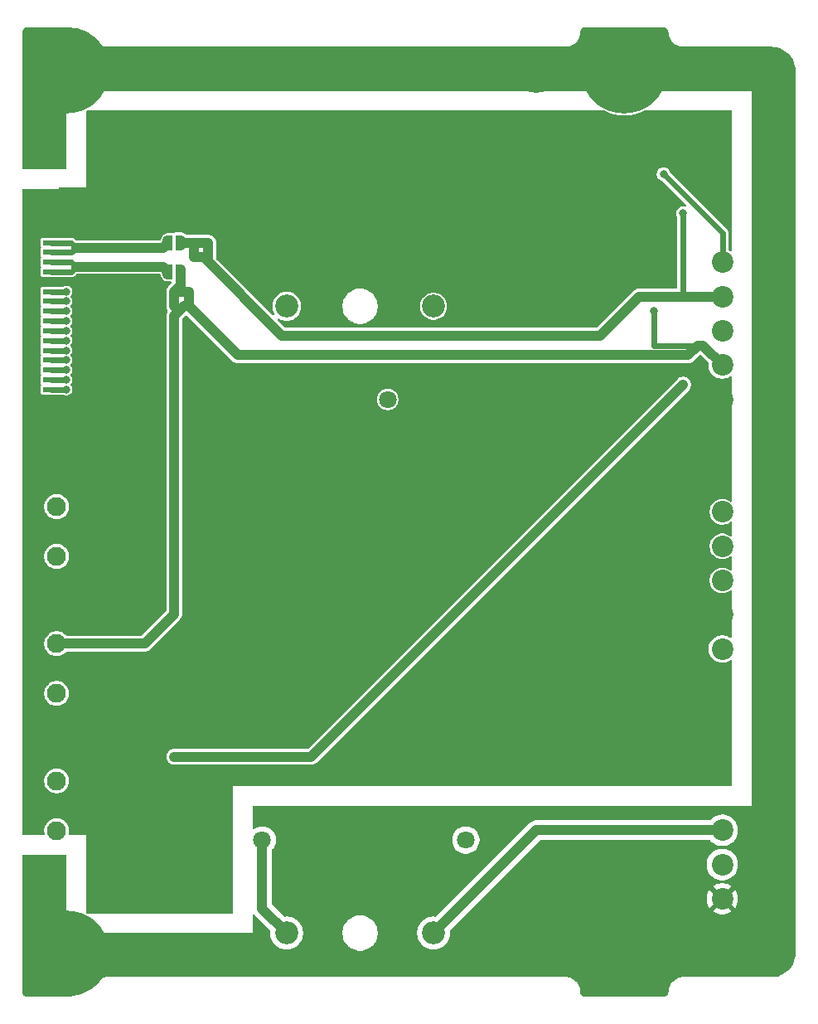
<source format=gbr>
%TF.GenerationSoftware,KiCad,Pcbnew,9.0.6*%
%TF.CreationDate,2025-12-01T14:10:10+03:00*%
%TF.ProjectId,PMPS-20W,504d5053-2d32-4305-972e-6b696361645f,rev?*%
%TF.SameCoordinates,Original*%
%TF.FileFunction,Copper,L2,Bot*%
%TF.FilePolarity,Positive*%
%FSLAX46Y46*%
G04 Gerber Fmt 4.6, Leading zero omitted, Abs format (unit mm)*
G04 Created by KiCad (PCBNEW 9.0.6) date 2025-12-01 14:10:10*
%MOMM*%
%LPD*%
G01*
G04 APERTURE LIST*
G04 Aperture macros list*
%AMFreePoly0*
4,1,23,0.500000,-0.750000,0.000000,-0.750000,0.000000,-0.745722,-0.065263,-0.745722,-0.191342,-0.711940,-0.304381,-0.646677,-0.396677,-0.554381,-0.461940,-0.441342,-0.495722,-0.315263,-0.495722,-0.250000,-0.500000,-0.250000,-0.500000,0.250000,-0.495722,0.250000,-0.495722,0.315263,-0.461940,0.441342,-0.396677,0.554381,-0.304381,0.646677,-0.191342,0.711940,-0.065263,0.745722,0.000000,0.745722,
0.000000,0.750000,0.500000,0.750000,0.500000,-0.750000,0.500000,-0.750000,$1*%
%AMFreePoly1*
4,1,23,0.000000,0.745722,0.065263,0.745722,0.191342,0.711940,0.304381,0.646677,0.396677,0.554381,0.461940,0.441342,0.495722,0.315263,0.495722,0.250000,0.500000,0.250000,0.500000,-0.250000,0.495722,-0.250000,0.495722,-0.315263,0.461940,-0.441342,0.396677,-0.554381,0.304381,-0.646677,0.191342,-0.711940,0.065263,-0.745722,0.000000,-0.745722,0.000000,-0.750000,-0.500000,-0.750000,
-0.500000,0.750000,0.000000,0.750000,0.000000,0.745722,0.000000,0.745722,$1*%
G04 Aperture macros list end*
%TA.AperFunction,ComponentPad*%
%ADD10C,0.700000*%
%TD*%
%TA.AperFunction,ComponentPad*%
%ADD11C,4.400000*%
%TD*%
%TA.AperFunction,ComponentPad*%
%ADD12C,2.200000*%
%TD*%
%TA.AperFunction,ComponentPad*%
%ADD13C,0.900000*%
%TD*%
%TA.AperFunction,ComponentPad*%
%ADD14C,8.600000*%
%TD*%
%TA.AperFunction,ComponentPad*%
%ADD15C,1.950000*%
%TD*%
%TA.AperFunction,ComponentPad*%
%ADD16C,1.803400*%
%TD*%
%TA.AperFunction,ComponentPad*%
%ADD17C,2.350000*%
%TD*%
%TA.AperFunction,SMDPad,CuDef*%
%ADD18FreePoly0,180.000000*%
%TD*%
%TA.AperFunction,SMDPad,CuDef*%
%ADD19FreePoly1,180.000000*%
%TD*%
%TA.AperFunction,SMDPad,CuDef*%
%ADD20R,1.800000X0.600000*%
%TD*%
%TA.AperFunction,SMDPad,CuDef*%
%ADD21R,3.000000X2.600000*%
%TD*%
%TA.AperFunction,ViaPad*%
%ADD22C,0.800000*%
%TD*%
%TA.AperFunction,ViaPad*%
%ADD23C,1.000000*%
%TD*%
%TA.AperFunction,Conductor*%
%ADD24C,1.000000*%
%TD*%
%TA.AperFunction,Conductor*%
%ADD25C,0.600000*%
%TD*%
G04 APERTURE END LIST*
D10*
%TO.P,SP1,PE,PE*%
%TO.N,PE*%
X11350000Y45000000D03*
X11350000Y-45000000D03*
X11833274Y46166726D03*
X11833274Y43833274D03*
X11833274Y-43833274D03*
X11833274Y-46166726D03*
X13000000Y46650000D03*
D11*
X13000000Y45000000D03*
D10*
X13000000Y43350000D03*
X13000000Y-43350000D03*
D11*
X13000000Y-45000000D03*
D10*
X13000000Y-46650000D03*
X14166726Y46166726D03*
X14166726Y43833274D03*
X14166726Y-43833274D03*
X14166726Y-46166726D03*
X14650000Y45000000D03*
X14650000Y-45000000D03*
X35350000Y45000000D03*
X35350000Y-45000000D03*
X35833274Y46166726D03*
X35833274Y43833274D03*
X35833274Y-43833274D03*
X35833274Y-46166726D03*
X37000000Y46650000D03*
D11*
X37000000Y45000000D03*
D10*
X37000000Y43350000D03*
X37000000Y-43350000D03*
D11*
X37000000Y-45000000D03*
D10*
X37000000Y-46650000D03*
X38166726Y46166726D03*
X38166726Y43833274D03*
X38166726Y-43833274D03*
X38166726Y-46166726D03*
X38650000Y45000000D03*
X38650000Y-45000000D03*
%TD*%
D12*
%TO.P,J7,1,Pin_1*%
%TO.N,+24V*%
X32000000Y-14000000D03*
%TO.P,J7,2,Pin_2*%
%TO.N,GND_MCU*%
X32000000Y-10500000D03*
%TO.P,J7,3,Pin_3*%
%TO.N,/CANL_EB*%
X32000000Y-7000000D03*
%TO.P,J7,4,Pin_4*%
%TO.N,/CANH_EB*%
X32000000Y-3500000D03*
%TO.P,J7,5,Pin_5*%
%TO.N,PE*%
X32000000Y0D03*
%TD*%
D13*
%TO.P,H4,1,1*%
%TO.N,PE*%
X18775000Y45000000D03*
X19719581Y47280419D03*
X19719581Y42719581D03*
X22000000Y48225000D03*
D14*
X22000000Y45000000D03*
D13*
X22000000Y41775000D03*
X24280419Y47280419D03*
X24280419Y42719581D03*
X25225000Y45000000D03*
%TD*%
%TO.P,H3,1,1*%
%TO.N,PE*%
X18775000Y-45000000D03*
X19719581Y-42719581D03*
X19719581Y-47280419D03*
X22000000Y-41775000D03*
D14*
X22000000Y-45000000D03*
D13*
X22000000Y-48225000D03*
X24280419Y-42719581D03*
X24280419Y-47280419D03*
X25225000Y-45000000D03*
%TD*%
%TO.P,H2,1,1*%
%TO.N,PE*%
X-38225000Y45000000D03*
X-37280419Y47280419D03*
X-37280419Y42719581D03*
X-35000000Y48225000D03*
D14*
X-35000000Y45000000D03*
D13*
X-35000000Y41775000D03*
X-32719581Y47280419D03*
X-32719581Y42719581D03*
X-31775000Y45000000D03*
%TD*%
%TO.P,H1,1,1*%
%TO.N,PE*%
X-38225000Y-45000000D03*
X-37280419Y-42719581D03*
X-37280419Y-47280419D03*
X-35000000Y-41775000D03*
D14*
X-35000000Y-45000000D03*
D13*
X-35000000Y-48225000D03*
X-32719581Y-42719581D03*
X-32719581Y-47280419D03*
X-31775000Y-45000000D03*
%TD*%
D15*
%TO.P,J3,1,VIN*%
%TO.N,+24V*%
X-36000000Y-18540000D03*
%TO.P,J3,2,GND*%
%TO.N,GND_MCU*%
X-36000000Y-16000000D03*
%TO.P,J3,3,+VO*%
%TO.N,+3V3*%
X-36000000Y-13460000D03*
%TD*%
D16*
%TO.P,U1,1,V-*%
%TO.N,GND_MCU*%
X5799999Y11500006D03*
%TO.P,U1,2,V+*%
%TO.N,Net-(U1-V+)*%
X-2200000Y11500006D03*
%TO.P,U1,3,AC/L*%
%TO.N,Net-(U1-AC{slash}L)*%
X-15000000Y-33500006D03*
%TO.P,U1,4,AC/N*%
%TO.N,N*%
X5799999Y-33500006D03*
%TD*%
D12*
%TO.P,J10,1,Pin_1*%
%TO.N,PE*%
X32000000Y-39500000D03*
%TO.P,J10,2,Pin_2*%
%TO.N,N*%
X32000000Y-36000000D03*
%TO.P,J10,3,Pin_3*%
%TO.N,230V*%
X32000000Y-32500000D03*
%TD*%
D17*
%TO.P,U4,1,1*%
%TO.N,230V*%
X2500000Y-43000000D03*
%TO.P,U4,2,2*%
%TO.N,Net-(U1-AC{slash}L)*%
X-12500000Y-43000000D03*
%TD*%
D15*
%TO.P,J2,3,+VO*%
%TO.N,+5V(2)*%
X-36000000Y-27460000D03*
%TO.P,J2,2,GND*%
%TO.N,GND_MCU*%
X-36000000Y-30000000D03*
%TO.P,J2,1,VIN*%
%TO.N,+24V*%
X-36000000Y-32540000D03*
%TD*%
D17*
%TO.P,U2,1,1*%
%TO.N,Net-(U1-V+)*%
X2500000Y21000000D03*
%TO.P,U2,2,2*%
%TO.N,+24V*%
X-12500000Y21000000D03*
%TD*%
D15*
%TO.P,J4,1,VIN*%
%TO.N,+24V*%
X-36000000Y-4540000D03*
%TO.P,J4,2,GND*%
%TO.N,GND_MCU*%
X-36000000Y-2000000D03*
%TO.P,J4,3,+VO*%
%TO.N,+5V*%
X-36000000Y540000D03*
%TD*%
D12*
%TO.P,J6,1,Pin_1*%
%TO.N,GND_MCU*%
X32000000Y11500000D03*
%TO.P,J6,2,Pin_2*%
%TO.N,+3V3*%
X32000000Y15000000D03*
%TO.P,J6,3,Pin_3*%
%TO.N,+5V(2)*%
X32000000Y18500000D03*
%TO.P,J6,4,Pin_4*%
%TO.N,+5V*%
X32000000Y22000000D03*
%TO.P,J6,5,Pin_5*%
%TO.N,+24V*%
X32000000Y25500000D03*
%TD*%
D18*
%TO.P,JP2,1,A*%
%TO.N,+5V*%
X-23350000Y27500000D03*
D19*
%TO.P,JP2,2,B*%
%TO.N,+5V-IB-back*%
X-24650000Y27500000D03*
%TD*%
D20*
%TO.P,JM2,1,Pin_1*%
%TO.N,GND_MCU*%
X-36546000Y29500000D03*
%TO.P,JM2,2,Pin_2*%
X-36546000Y28500000D03*
%TO.P,JM2,3,Pin_3*%
%TO.N,+5V-IB-back*%
X-36546000Y27500000D03*
%TO.P,JM2,4,Pin_4*%
X-36546000Y26500000D03*
%TO.P,JM2,5,Pin_5*%
%TO.N,+3V3-IB-back*%
X-36546000Y25500000D03*
%TO.P,JM2,6,Pin_6*%
X-36546000Y24500000D03*
%TO.P,JM2,7,Pin_7*%
%TO.N,GND_MCU*%
X-36546000Y23500000D03*
%TO.P,JM2,8,Pin_8*%
%TO.N,/MOSI_IB*%
X-36546000Y22500000D03*
%TO.P,JM2,9,Pin_9*%
%TO.N,/MISO_IB*%
X-36546000Y21500000D03*
%TO.P,JM2,10,Pin_10*%
%TO.N,/SCK_IB*%
X-36546000Y20500000D03*
%TO.P,JM2,11,Pin_11*%
%TO.N,/CS0_IB*%
X-36546000Y19500000D03*
%TO.P,JM2,12,Pin_11*%
%TO.N,/CS1_IB*%
X-36546000Y18500000D03*
%TO.P,JM2,13,Pin_11*%
%TO.N,/CS2_IB*%
X-36546000Y17500000D03*
%TO.P,JM2,14,Pin_11*%
%TO.N,/CS3_IB*%
X-36546000Y16500000D03*
%TO.P,JM2,15,Pin_11*%
%TO.N,/RST_IB*%
X-36546000Y15500000D03*
%TO.P,JM2,16,Pin_11*%
%TO.N,Net-(JM1-Pin_5)*%
X-36546000Y14500000D03*
%TO.P,JM2,17,Pin_11*%
%TO.N,/SDA_IB*%
X-36546000Y13500000D03*
%TO.P,JM2,18,Pin_11*%
%TO.N,/SCL_IB*%
X-36546000Y12500000D03*
%TO.P,JM2,19,Pin_11*%
%TO.N,GND_MCU*%
X-36546000Y11500000D03*
%TO.P,JM2,20,Pin_11*%
X-36546000Y10500000D03*
D21*
%TO.P,JM2,MP1,Pin_11*%
X-34375000Y31850000D03*
%TO.P,JM2,MP2,Pin_11*%
X-34375000Y8150000D03*
%TD*%
D18*
%TO.P,JP4,1,A*%
%TO.N,+3V3*%
X-23350000Y24500000D03*
D19*
%TO.P,JP4,2,B*%
%TO.N,+3V3-IB-back*%
X-24650000Y24500000D03*
%TD*%
D22*
%TO.N,GND_MCU*%
X13000000Y13000000D03*
X12000000Y12000000D03*
X11000000Y13000000D03*
X11000000Y11000000D03*
X13000000Y11000000D03*
X-20000000Y-40000000D03*
X-22000000Y-40000000D03*
X-20000000Y-38000000D03*
X-21000000Y-39000000D03*
X-22000000Y-38000000D03*
D23*
%TO.N,+5V(2)*%
X28000000Y13000000D03*
X-24000000Y-25000000D03*
%TO.N,+5V*%
X-22000000Y26000000D03*
X-22000000Y27500000D03*
D22*
X28000000Y30500000D03*
D23*
X-20500000Y26000000D03*
X-20500000Y27500000D03*
D22*
%TO.N,+24V*%
X26000000Y34499996D03*
D23*
%TO.N,+3V3*%
X-24000000Y22500000D03*
X-22500000Y22500000D03*
X-22500000Y21000000D03*
X-24000000Y21000000D03*
D22*
X25000000Y20500000D03*
%TO.N,/CS0_IB*%
X-35000000Y19500000D03*
%TO.N,/MOSI_IB*%
X-35000000Y22500000D03*
%TO.N,/SCK_IB*%
X-35000000Y20500000D03*
%TO.N,/CS1_IB*%
X-35000000Y18500000D03*
%TO.N,/MISO_IB*%
X-35000000Y21500000D03*
%TO.N,/CS3_IB*%
X-35000000Y16500000D03*
%TO.N,/CS2_IB*%
X-35000000Y17500000D03*
%TO.N,Net-(JM1-Pin_5)*%
X-35000000Y14500000D03*
%TO.N,/RST_IB*%
X-35000000Y15500000D03*
%TO.N,/SCL_IB*%
X-35000000Y12500000D03*
%TO.N,/SDA_IB*%
X-35000000Y13500000D03*
%TD*%
D24*
%TO.N,+5V*%
X31500000Y22000000D02*
X23500000Y22000000D01*
X23500000Y22000000D02*
X19500000Y18000000D01*
X19500000Y18000000D02*
X-13000000Y18000000D01*
X-13000000Y18000000D02*
X-21000000Y26000000D01*
%TO.N,+3V3*%
X29500000Y17000000D02*
X28500000Y16000000D01*
X28500000Y16000000D02*
X-17500000Y16000000D01*
X-17500000Y16000000D02*
X-22500000Y21000000D01*
%TO.N,+5V(2)*%
X-10000000Y-25000000D02*
X28000000Y13000000D01*
X-24000000Y-25000000D02*
X-10000000Y-25000000D01*
%TO.N,+3V3*%
X-36000000Y-13460000D02*
X-27000000Y-13460000D01*
D25*
X25000000Y20500000D02*
X25000000Y17000000D01*
X25000000Y17000000D02*
X29500000Y17000000D01*
D24*
%TO.N,230V*%
X2500000Y-43000000D02*
X13000000Y-32500000D01*
X13000000Y-32500000D02*
X32000000Y-32500000D01*
%TO.N,Net-(U1-AC{slash}L)*%
X-15000000Y-33500006D02*
X-15000000Y-40500000D01*
X-15000000Y-40500000D02*
X-12500000Y-43000000D01*
%TO.N,+5V*%
X-22000000Y27500000D02*
X-22000000Y26000000D01*
X-20500000Y27500000D02*
X-23344000Y27500000D01*
D25*
X28000000Y22000000D02*
X28000000Y30500000D01*
D24*
X-22000000Y26000000D02*
X-21000000Y26000000D01*
X-21000000Y26000000D02*
X-20500000Y26000000D01*
X-20500000Y26000000D02*
X-20500000Y27500000D01*
D25*
%TO.N,+24V*%
X26000000Y34499996D02*
X32000000Y28499996D01*
X32000000Y28499996D02*
X32000000Y25500000D01*
D24*
%TO.N,+3V3*%
X-23000000Y21000000D02*
X-23500000Y20500000D01*
X-24000000Y22500000D02*
X-24000000Y21000000D01*
X-24000000Y22500000D02*
X-23344000Y23156000D01*
X-22500000Y21000000D02*
X-23000000Y21000000D01*
X-23500000Y20500000D02*
X-24000000Y21000000D01*
X-22500000Y22500000D02*
X-22500000Y21000000D01*
X-27000000Y-13460000D02*
X-24000000Y-10460000D01*
X-24000000Y-10460000D02*
X-24000000Y20000000D01*
X32000000Y15000000D02*
X30000000Y17000000D01*
X-23344000Y23156000D02*
X-23344000Y24500000D01*
X-24000000Y20000000D02*
X-23500000Y20500000D01*
X30000000Y17000000D02*
X29500000Y17000000D01*
X-24000000Y22500000D02*
X-22500000Y22500000D01*
D25*
%TO.N,/CS0_IB*%
X-35000000Y19500000D02*
X-36546000Y19500000D01*
%TO.N,/MOSI_IB*%
X-35000000Y22500000D02*
X-36546000Y22500000D01*
%TO.N,/SCK_IB*%
X-35000000Y20500000D02*
X-36546000Y20500000D01*
%TO.N,/CS1_IB*%
X-35000000Y18500000D02*
X-36546000Y18500000D01*
%TO.N,/MISO_IB*%
X-35000000Y21500000D02*
X-36546000Y21500000D01*
%TO.N,/CS3_IB*%
X-35000000Y16500000D02*
X-36546000Y16500000D01*
%TO.N,/CS2_IB*%
X-35000000Y17500000D02*
X-36546000Y17500000D01*
%TO.N,Net-(JM1-Pin_5)*%
X-35000000Y14500000D02*
X-36546000Y14500000D01*
%TO.N,/RST_IB*%
X-35000000Y15500000D02*
X-36546000Y15500000D01*
%TO.N,+5V-IB-back*%
X-36546000Y27500000D02*
X-34500000Y27500000D01*
X-34500000Y26500000D02*
X-34000000Y27000000D01*
X-34500000Y27500000D02*
X-34000000Y27000000D01*
D24*
X-24756000Y27394000D02*
X-24756000Y27500000D01*
X-34000000Y27000000D02*
X-25150000Y27000000D01*
D25*
X-36546000Y26500000D02*
X-34500000Y26500000D01*
D24*
X-25150000Y27000000D02*
X-24756000Y27394000D01*
%TO.N,+3V3-IB-back*%
X-34000000Y25000000D02*
X-25150000Y25000000D01*
X-24756000Y24606000D02*
X-24756000Y24500000D01*
D25*
X-36546000Y25500000D02*
X-34500000Y25500000D01*
X-36546000Y24500000D02*
X-34500000Y24500000D01*
D24*
X-25150000Y25000000D02*
X-24756000Y24606000D01*
D25*
X-34500000Y24500000D02*
X-34000000Y25000000D01*
X-34500000Y25500000D02*
X-34000000Y25000000D01*
%TO.N,/SCL_IB*%
X-35000000Y12500000D02*
X-36546000Y12500000D01*
%TO.N,/SDA_IB*%
X-35000000Y13500000D02*
X-36546000Y13500000D01*
%TD*%
%TA.AperFunction,Conductor*%
%TO.N,GND_MCU*%
G36*
X19953850Y40988383D02*
G01*
X20276092Y40838119D01*
X20645384Y40703707D01*
X21024985Y40601993D01*
X21412007Y40533751D01*
X21803502Y40499501D01*
X21803503Y40499500D01*
X21803504Y40499500D01*
X22196497Y40499500D01*
X22196497Y40499501D01*
X22587993Y40533751D01*
X22975015Y40601993D01*
X23354616Y40703707D01*
X23723908Y40838119D01*
X24046149Y40988383D01*
X24098554Y41000000D01*
X32876000Y41000000D01*
X32943039Y40980315D01*
X32988794Y40927511D01*
X33000000Y40876000D01*
X33000000Y26747936D01*
X32997736Y26740229D01*
X32999010Y26732297D01*
X32988033Y26707185D01*
X32980315Y26680897D01*
X32974245Y26675638D01*
X32971028Y26668276D01*
X32948216Y26653084D01*
X32927511Y26635142D01*
X32919561Y26633999D01*
X32912875Y26629546D01*
X32885477Y26629099D01*
X32858353Y26625198D01*
X32849257Y26628507D01*
X32843015Y26628404D01*
X32822879Y26638101D01*
X32810675Y26642539D01*
X32806783Y26644951D01*
X32734022Y26697815D01*
X32663590Y26733703D01*
X32659175Y26736439D01*
X32639192Y26758753D01*
X32617409Y26779326D01*
X32615955Y26784700D01*
X32612563Y26788488D01*
X32609107Y26810014D01*
X32600500Y26841836D01*
X32600500Y28579051D01*
X32600500Y28579053D01*
X32559577Y28731780D01*
X32559573Y28731787D01*
X32480524Y28868706D01*
X32480521Y28868710D01*
X32480520Y28868712D01*
X32368716Y28980516D01*
X32368715Y28980517D01*
X32364385Y28984847D01*
X32364374Y28984857D01*
X26707297Y34641934D01*
X26676263Y34698769D01*
X26675349Y34698491D01*
X26674017Y34702882D01*
X26673812Y34703257D01*
X26673612Y34704217D01*
X26673581Y34704319D01*
X26673580Y34704324D01*
X26652458Y34755318D01*
X26620778Y34831801D01*
X26620771Y34831814D01*
X26544114Y34946538D01*
X26544111Y34946542D01*
X26446545Y35044108D01*
X26446541Y35044111D01*
X26331817Y35120768D01*
X26331804Y35120775D01*
X26204332Y35173575D01*
X26204322Y35173578D01*
X26068995Y35200496D01*
X26068993Y35200496D01*
X25931007Y35200496D01*
X25931005Y35200496D01*
X25795677Y35173578D01*
X25795667Y35173575D01*
X25668195Y35120775D01*
X25668182Y35120768D01*
X25553458Y35044111D01*
X25553454Y35044108D01*
X25455888Y34946542D01*
X25455885Y34946538D01*
X25379228Y34831814D01*
X25379221Y34831801D01*
X25326421Y34704329D01*
X25326418Y34704319D01*
X25299500Y34568992D01*
X25299500Y34568989D01*
X25299500Y34431003D01*
X25299500Y34431001D01*
X25299499Y34431001D01*
X25326418Y34295674D01*
X25326421Y34295664D01*
X25379221Y34168192D01*
X25379228Y34168179D01*
X25455885Y34053455D01*
X25455888Y34053451D01*
X25553454Y33955885D01*
X25553458Y33955882D01*
X25668182Y33879225D01*
X25668195Y33879218D01*
X25744678Y33847538D01*
X25795672Y33826416D01*
X25795679Y33826415D01*
X25801505Y33824647D01*
X25801075Y33823231D01*
X25856474Y33794259D01*
X25858062Y33792699D01*
X28255884Y31394877D01*
X28289369Y31333554D01*
X28284385Y31263862D01*
X28242513Y31207929D01*
X28177049Y31183512D01*
X28144013Y31185578D01*
X28068993Y31200500D01*
X27931007Y31200500D01*
X27931005Y31200500D01*
X27795677Y31173582D01*
X27795667Y31173579D01*
X27668195Y31120779D01*
X27668182Y31120772D01*
X27553458Y31044115D01*
X27553454Y31044112D01*
X27455888Y30946546D01*
X27455885Y30946542D01*
X27379228Y30831818D01*
X27379221Y30831805D01*
X27326421Y30704333D01*
X27326418Y30704323D01*
X27299500Y30568996D01*
X27299500Y30568993D01*
X27299500Y30431007D01*
X27299500Y30431005D01*
X27299499Y30431005D01*
X27326418Y30295678D01*
X27326421Y30295668D01*
X27379222Y30168194D01*
X27382094Y30162822D01*
X27380792Y30162126D01*
X27399480Y30102446D01*
X27399500Y30100231D01*
X27399500Y22924500D01*
X27379815Y22857461D01*
X27327011Y22811706D01*
X27275500Y22800500D01*
X23421155Y22800500D01*
X23303715Y22777139D01*
X23303714Y22777139D01*
X23266509Y22769739D01*
X23266498Y22769736D01*
X23120825Y22709397D01*
X23120823Y22709396D01*
X23067680Y22673886D01*
X23067679Y22673885D01*
X22989708Y22621788D01*
X22989707Y22621787D01*
X19204741Y18836819D01*
X19143418Y18803334D01*
X19117060Y18800500D01*
X-12617060Y18800500D01*
X-12684099Y18820185D01*
X-12704741Y18836819D01*
X-13397914Y19529992D01*
X-13431399Y19591315D01*
X-13426415Y19661007D01*
X-13384543Y19716940D01*
X-13319079Y19741357D01*
X-13253939Y19728159D01*
X-13248278Y19725274D01*
X-13066401Y19632602D01*
X-13066399Y19632602D01*
X-13066396Y19632600D01*
X-12845514Y19560831D01*
X-12727332Y19542114D01*
X-12616129Y19524500D01*
X-12616124Y19524500D01*
X-12383871Y19524500D01*
X-12282498Y19540557D01*
X-12154486Y19560831D01*
X-11933604Y19632600D01*
X-11726669Y19738039D01*
X-11538776Y19874551D01*
X-11374551Y20038776D01*
X-11238039Y20226669D01*
X-11132600Y20433604D01*
X-11060831Y20654486D01*
X-11036211Y20809931D01*
X-11024500Y20883871D01*
X-11024500Y21116128D01*
X-11024501Y21116132D01*
X-11024798Y21118005D01*
X-6800500Y21118005D01*
X-6800500Y20881996D01*
X-6800499Y20881980D01*
X-6777112Y20704333D01*
X-6769693Y20647986D01*
X-6756701Y20599500D01*
X-6708606Y20420007D01*
X-6618286Y20201955D01*
X-6618281Y20201944D01*
X-6559556Y20100231D01*
X-6500273Y19997550D01*
X-6500271Y19997547D01*
X-6500270Y19997546D01*
X-6356594Y19810303D01*
X-6356588Y19810296D01*
X-6189705Y19643413D01*
X-6189698Y19643407D01*
X-6175614Y19632600D01*
X-6002450Y19499727D01*
X-5871082Y19423882D01*
X-5798057Y19381720D01*
X-5798052Y19381718D01*
X-5798049Y19381716D01*
X-5579993Y19291394D01*
X-5352014Y19230307D01*
X-5118011Y19199500D01*
X-5118004Y19199500D01*
X-4881996Y19199500D01*
X-4881989Y19199500D01*
X-4647986Y19230307D01*
X-4420007Y19291394D01*
X-4201951Y19381716D01*
X-3997550Y19499727D01*
X-3810301Y19643408D01*
X-3643408Y19810301D01*
X-3499727Y19997550D01*
X-3381716Y20201951D01*
X-3291394Y20420007D01*
X-3230307Y20647986D01*
X-3199500Y20881989D01*
X-3199500Y21108254D01*
X1124500Y21108254D01*
X1124500Y20891746D01*
X1126047Y20881980D01*
X1158370Y20677902D01*
X1225272Y20471994D01*
X1225273Y20471991D01*
X1272564Y20379179D01*
X1323567Y20279081D01*
X1450828Y20103922D01*
X1603922Y19950828D01*
X1779081Y19823567D01*
X1805127Y19810296D01*
X1971990Y19725274D01*
X1971993Y19725273D01*
X2056502Y19697815D01*
X2177903Y19658370D01*
X2391746Y19624500D01*
X2391747Y19624500D01*
X2608253Y19624500D01*
X2608254Y19624500D01*
X2822097Y19658370D01*
X3028009Y19725274D01*
X3220919Y19823567D01*
X3396078Y19950828D01*
X3549172Y20103922D01*
X3676433Y20279081D01*
X3774726Y20471991D01*
X3841630Y20677903D01*
X3875500Y20891746D01*
X3875500Y21108254D01*
X3841630Y21322097D01*
X3774726Y21528009D01*
X3774726Y21528010D01*
X3724642Y21626303D01*
X3676433Y21720919D01*
X3549172Y21896078D01*
X3396078Y22049172D01*
X3220919Y22176433D01*
X3194883Y22189699D01*
X3028009Y22274727D01*
X3028006Y22274728D01*
X2822098Y22341630D01*
X2715175Y22358565D01*
X2608254Y22375500D01*
X2391746Y22375500D01*
X2340606Y22367400D01*
X2177901Y22341630D01*
X1971993Y22274728D01*
X1971990Y22274727D01*
X1779080Y22176433D01*
X1703844Y22121770D01*
X1603922Y22049172D01*
X1603920Y22049170D01*
X1603919Y22049170D01*
X1450830Y21896081D01*
X1450830Y21896080D01*
X1450828Y21896078D01*
X1430944Y21868710D01*
X1323567Y21720920D01*
X1225273Y21528010D01*
X1225272Y21528007D01*
X1158370Y21322099D01*
X1124500Y21108254D01*
X-3199500Y21108254D01*
X-3199500Y21118011D01*
X-3230307Y21352014D01*
X-3291394Y21579993D01*
X-3381716Y21798049D01*
X-3381718Y21798052D01*
X-3381720Y21798057D01*
X-3447690Y21912319D01*
X-3499727Y22002450D01*
X-3582423Y22110222D01*
X-3643407Y22189698D01*
X-3643413Y22189705D01*
X-3810296Y22356588D01*
X-3810303Y22356594D01*
X-3997546Y22500270D01*
X-3997547Y22500271D01*
X-3997550Y22500273D01*
X-4133635Y22578842D01*
X-4201944Y22618281D01*
X-4201955Y22618286D01*
X-4420007Y22708606D01*
X-4512920Y22733502D01*
X-4647986Y22769693D01*
X-4647987Y22769694D01*
X-4647990Y22769694D01*
X-4881980Y22800499D01*
X-4881983Y22800500D01*
X-4881989Y22800500D01*
X-5118011Y22800500D01*
X-5118017Y22800500D01*
X-5118021Y22800499D01*
X-5352011Y22769694D01*
X-5579994Y22708606D01*
X-5798046Y22618286D01*
X-5798057Y22618281D01*
X-6002455Y22500270D01*
X-6189698Y22356594D01*
X-6189705Y22356588D01*
X-6356588Y22189705D01*
X-6356594Y22189698D01*
X-6500270Y22002455D01*
X-6500273Y22002451D01*
X-6500273Y22002450D01*
X-6507986Y21989091D01*
X-6618281Y21798057D01*
X-6618286Y21798046D01*
X-6708606Y21579994D01*
X-6769694Y21352011D01*
X-6800499Y21118021D01*
X-6800500Y21118005D01*
X-11024798Y21118005D01*
X-11048588Y21268210D01*
X-11060831Y21345514D01*
X-11132600Y21566396D01*
X-11132602Y21566399D01*
X-11132602Y21566401D01*
X-11188224Y21675564D01*
X-11238039Y21773331D01*
X-11374551Y21961224D01*
X-11538776Y22125449D01*
X-11726669Y22261961D01*
X-11738947Y22268217D01*
X-11933600Y22367399D01*
X-12154486Y22439169D01*
X-12383871Y22475500D01*
X-12383876Y22475500D01*
X-12616124Y22475500D01*
X-12616129Y22475500D01*
X-12845515Y22439169D01*
X-13066401Y22367399D01*
X-13273332Y22261961D01*
X-13461227Y22125447D01*
X-13625447Y21961227D01*
X-13761961Y21773332D01*
X-13867399Y21566401D01*
X-13939169Y21345515D01*
X-13975500Y21116130D01*
X-13975500Y20883871D01*
X-13939169Y20654486D01*
X-13867399Y20433600D01*
X-13771843Y20246063D01*
X-13758947Y20177394D01*
X-13785223Y20112653D01*
X-13842330Y20072396D01*
X-13912135Y20069404D01*
X-13970009Y20102087D01*
X-19667496Y25799574D01*
X-19700981Y25860897D01*
X-19701431Y25911451D01*
X-19699500Y25921158D01*
X-19699500Y27578842D01*
X-19699500Y27578845D01*
X-19699501Y27578847D01*
X-19730263Y27733497D01*
X-19765991Y27819753D01*
X-19790603Y27879173D01*
X-19790610Y27879186D01*
X-19878211Y28010289D01*
X-19878214Y28010293D01*
X-19989708Y28121787D01*
X-19989712Y28121790D01*
X-20120815Y28209391D01*
X-20120828Y28209398D01*
X-20266499Y28269736D01*
X-20266511Y28269739D01*
X-20421155Y28300500D01*
X-20421158Y28300500D01*
X-22709989Y28300500D01*
X-22777028Y28320185D01*
X-22797670Y28336819D01*
X-22826963Y28366112D01*
X-22826972Y28366120D01*
X-22890233Y28414663D01*
X-22890251Y28414675D01*
X-23004250Y28480493D01*
X-23004266Y28480501D01*
X-23077933Y28511014D01*
X-23077935Y28511015D01*
X-23077936Y28511015D01*
X-23205103Y28545090D01*
X-23205104Y28545091D01*
X-23205107Y28545091D01*
X-23284167Y28555500D01*
X-23284174Y28555500D01*
X-23850000Y28555500D01*
X-23852870Y28555368D01*
X-23878184Y28554198D01*
X-23878193Y28554196D01*
X-23986170Y28523474D01*
X-23986178Y28523470D01*
X-24047263Y28477341D01*
X-24112624Y28452650D01*
X-24143056Y28454918D01*
X-24143078Y28454720D01*
X-24148295Y28455308D01*
X-24149574Y28455403D01*
X-24149997Y28455500D01*
X-24150000Y28455500D01*
X-24715826Y28455500D01*
X-24715833Y28455500D01*
X-24769008Y28448498D01*
X-24769014Y28448497D01*
X-24896189Y28414420D01*
X-24945732Y28393899D01*
X-24945746Y28393892D01*
X-25059760Y28328066D01*
X-25102317Y28295410D01*
X-25195410Y28202317D01*
X-25228066Y28159760D01*
X-25293892Y28045746D01*
X-25293899Y28045732D01*
X-25314421Y27996186D01*
X-25314423Y27996181D01*
X-25340910Y27897333D01*
X-25350145Y27873240D01*
X-25353488Y27866664D01*
X-25376775Y27831811D01*
X-25401301Y27772602D01*
X-25403481Y27768312D01*
X-25424278Y27746250D01*
X-25443300Y27722644D01*
X-25448005Y27721079D01*
X-25451406Y27717470D01*
X-25480825Y27710155D01*
X-25509594Y27700579D01*
X-25514020Y27700500D01*
X-33941324Y27700500D01*
X-34008363Y27720185D01*
X-34029005Y27736819D01*
X-34192684Y27900498D01*
X-34192686Y27900500D01*
X-34268988Y27944553D01*
X-34306813Y27966392D01*
X-34390693Y27988867D01*
X-34434108Y28000500D01*
X-35626252Y28000500D01*
X-37465748Y28000500D01*
X-37465753Y28000500D01*
X-37524230Y27988869D01*
X-37524231Y27988868D01*
X-37590553Y27944553D01*
X-37634868Y27878231D01*
X-37634869Y27878230D01*
X-37646500Y27819753D01*
X-37646500Y27180248D01*
X-37634869Y27121771D01*
X-37634868Y27121770D01*
X-37599535Y27068891D01*
X-37578657Y27002214D01*
X-37597141Y26934834D01*
X-37599535Y26931109D01*
X-37634868Y26878231D01*
X-37634869Y26878230D01*
X-37646500Y26819753D01*
X-37646500Y26180248D01*
X-37634869Y26121771D01*
X-37634868Y26121770D01*
X-37599535Y26068891D01*
X-37578657Y26002214D01*
X-37597141Y25934834D01*
X-37599535Y25931109D01*
X-37634868Y25878231D01*
X-37634869Y25878230D01*
X-37646500Y25819753D01*
X-37646500Y25180248D01*
X-37634869Y25121771D01*
X-37634868Y25121770D01*
X-37599535Y25068891D01*
X-37578657Y25002214D01*
X-37597141Y24934834D01*
X-37599535Y24931109D01*
X-37634868Y24878231D01*
X-37634869Y24878230D01*
X-37646500Y24819753D01*
X-37646500Y24180248D01*
X-37634869Y24121771D01*
X-37634868Y24121770D01*
X-37590553Y24055448D01*
X-37524231Y24011133D01*
X-37524230Y24011132D01*
X-37465753Y23999501D01*
X-37465750Y23999500D01*
X-37465748Y23999500D01*
X-34434110Y23999500D01*
X-34434108Y23999500D01*
X-34306814Y24033608D01*
X-34192686Y24099500D01*
X-34029005Y24263181D01*
X-33967682Y24296666D01*
X-33941324Y24299500D01*
X-25514020Y24299500D01*
X-25499361Y24295196D01*
X-25484097Y24295835D01*
X-25466520Y24285553D01*
X-25446981Y24279815D01*
X-25436063Y24267735D01*
X-25423789Y24260555D01*
X-25409219Y24238036D01*
X-25403481Y24231688D01*
X-25401300Y24227396D01*
X-25376775Y24168189D01*
X-25353490Y24133340D01*
X-25350147Y24126764D01*
X-25348968Y24120452D01*
X-25340912Y24102672D01*
X-25314422Y24003817D01*
X-25314421Y24003815D01*
X-25293899Y23954269D01*
X-25293892Y23954255D01*
X-25228066Y23840241D01*
X-25195410Y23797684D01*
X-25195409Y23797683D01*
X-25102317Y23704591D01*
X-25059757Y23671933D01*
X-24945743Y23606107D01*
X-24945738Y23606105D01*
X-24945732Y23606102D01*
X-24896189Y23585581D01*
X-24896187Y23585581D01*
X-24896181Y23585578D01*
X-24769014Y23551503D01*
X-24715826Y23544500D01*
X-24715820Y23544500D01*
X-24386940Y23544500D01*
X-24319901Y23524815D01*
X-24274146Y23472011D01*
X-24264202Y23402853D01*
X-24293227Y23339297D01*
X-24299259Y23332819D01*
X-24510289Y23121789D01*
X-24563830Y23068248D01*
X-24621791Y23010288D01*
X-24709391Y22879186D01*
X-24709398Y22879173D01*
X-24769736Y22733502D01*
X-24769739Y22733490D01*
X-24800500Y22578847D01*
X-24800500Y20921154D01*
X-24769739Y20766511D01*
X-24769736Y20766499D01*
X-24709398Y20620828D01*
X-24709391Y20620815D01*
X-24674696Y20568891D01*
X-24653818Y20502214D01*
X-24672302Y20434833D01*
X-24674696Y20431109D01*
X-24709391Y20379186D01*
X-24709398Y20379173D01*
X-24769736Y20233502D01*
X-24769739Y20233490D01*
X-24800500Y20078847D01*
X-24800500Y-10077060D01*
X-24820185Y-10144099D01*
X-24836819Y-10164741D01*
X-27295259Y-12623181D01*
X-27356582Y-12656666D01*
X-27382940Y-12659500D01*
X-34945309Y-12659500D01*
X-35012348Y-12639815D01*
X-35032990Y-12623181D01*
X-35169066Y-12487105D01*
X-35169068Y-12487103D01*
X-35331492Y-12369095D01*
X-35510374Y-12277949D01*
X-35701320Y-12215907D01*
X-35899616Y-12184500D01*
X-36100384Y-12184500D01*
X-36199532Y-12200203D01*
X-36298681Y-12215907D01*
X-36489627Y-12277949D01*
X-36668509Y-12369095D01*
X-36761178Y-12436423D01*
X-36830932Y-12487103D01*
X-36830934Y-12487105D01*
X-36830935Y-12487105D01*
X-36972895Y-12629065D01*
X-36972895Y-12629066D01*
X-36972897Y-12629068D01*
X-36976469Y-12633985D01*
X-37090905Y-12791491D01*
X-37182051Y-12970373D01*
X-37244093Y-13161319D01*
X-37275500Y-13359616D01*
X-37275500Y-13560383D01*
X-37244093Y-13758680D01*
X-37182051Y-13949626D01*
X-37114711Y-14081786D01*
X-37090905Y-14128508D01*
X-36972897Y-14290932D01*
X-36830932Y-14432897D01*
X-36668508Y-14550905D01*
X-36583993Y-14593967D01*
X-36489627Y-14642050D01*
X-36489625Y-14642050D01*
X-36489622Y-14642052D01*
X-36298680Y-14704093D01*
X-36100384Y-14735500D01*
X-36100383Y-14735500D01*
X-35899617Y-14735500D01*
X-35899616Y-14735500D01*
X-35701320Y-14704093D01*
X-35510378Y-14642052D01*
X-35331492Y-14550905D01*
X-35169068Y-14432897D01*
X-35032990Y-14296819D01*
X-34971667Y-14263334D01*
X-34945309Y-14260500D01*
X-26921156Y-14260500D01*
X-26921155Y-14260499D01*
X-26766503Y-14229737D01*
X-26620821Y-14169394D01*
X-26489711Y-14081789D01*
X-23378211Y-10970289D01*
X-23290606Y-10839179D01*
X-23230262Y-10693497D01*
X-23199500Y-10538842D01*
X-23199500Y-10381157D01*
X-23199500Y11586751D01*
X-3302200Y11586751D01*
X-3302200Y11413262D01*
X-3275060Y11241906D01*
X-3221451Y11076911D01*
X-3221450Y11076908D01*
X-3142686Y10922327D01*
X-3040711Y10781971D01*
X-2918035Y10659295D01*
X-2777679Y10557320D01*
X-2701862Y10518690D01*
X-2623099Y10478557D01*
X-2623096Y10478556D01*
X-2540599Y10451752D01*
X-2458099Y10424946D01*
X-2286745Y10397806D01*
X-2286744Y10397806D01*
X-2113256Y10397806D01*
X-2113255Y10397806D01*
X-1941901Y10424946D01*
X-1776902Y10478557D01*
X-1622321Y10557320D01*
X-1481965Y10659295D01*
X-1359289Y10781971D01*
X-1257314Y10922327D01*
X-1178551Y11076908D01*
X-1124940Y11241907D01*
X-1097800Y11413261D01*
X-1097800Y11586751D01*
X-1124940Y11758105D01*
X-1151746Y11840605D01*
X-1178550Y11923102D01*
X-1178551Y11923105D01*
X-1257315Y12077686D01*
X-1359289Y12218041D01*
X-1481965Y12340717D01*
X-1622321Y12442692D01*
X-1776902Y12521456D01*
X-1776905Y12521457D01*
X-1941900Y12575066D01*
X-2027578Y12588636D01*
X-2113255Y12602206D01*
X-2286745Y12602206D01*
X-2343863Y12593160D01*
X-2458101Y12575066D01*
X-2623096Y12521457D01*
X-2623099Y12521456D01*
X-2777680Y12442692D01*
X-2807614Y12420943D01*
X-2918035Y12340717D01*
X-2918037Y12340715D01*
X-2918038Y12340715D01*
X-3040709Y12218044D01*
X-3040709Y12218043D01*
X-3040711Y12218041D01*
X-3068166Y12180252D01*
X-3142686Y12077686D01*
X-3221450Y11923105D01*
X-3221451Y11923102D01*
X-3275060Y11758107D01*
X-3302200Y11586751D01*
X-23199500Y11586751D01*
X-23199500Y19617060D01*
X-23179815Y19684099D01*
X-23163181Y19704741D01*
X-22878211Y19989711D01*
X-22865708Y20002214D01*
X-22837681Y20030242D01*
X-22776361Y20063726D01*
X-22706669Y20058742D01*
X-22662320Y20030241D01*
X-18010293Y15378214D01*
X-18010289Y15378211D01*
X-17879186Y15290610D01*
X-17879173Y15290603D01*
X-17773402Y15246792D01*
X-17733497Y15230263D01*
X-17578847Y15199501D01*
X-17578844Y15199500D01*
X-17578842Y15199500D01*
X28578844Y15199500D01*
X28578845Y15199501D01*
X28733497Y15230263D01*
X28879179Y15290606D01*
X29010289Y15378211D01*
X29662319Y16030241D01*
X29723642Y16063726D01*
X29793333Y16058742D01*
X29837681Y16030241D01*
X30576454Y15291468D01*
X30609939Y15230145D01*
X30611246Y15184389D01*
X30599500Y15110228D01*
X30599500Y14889779D01*
X30633985Y14672048D01*
X30702103Y14462397D01*
X30702104Y14462394D01*
X30770122Y14328904D01*
X30801044Y14268217D01*
X30802187Y14265975D01*
X30931752Y14087642D01*
X30931756Y14087637D01*
X31087636Y13931757D01*
X31087641Y13931753D01*
X31186351Y13860037D01*
X31265978Y13802185D01*
X31364343Y13752065D01*
X31462393Y13702105D01*
X31462396Y13702104D01*
X31567221Y13668045D01*
X31672049Y13633985D01*
X31889778Y13599500D01*
X31889779Y13599500D01*
X32110221Y13599500D01*
X32110222Y13599500D01*
X32327951Y13633985D01*
X32537606Y13702105D01*
X32734022Y13802185D01*
X32771231Y13829220D01*
X32803115Y13852383D01*
X32868921Y13875863D01*
X32936975Y13860037D01*
X32985670Y13809931D01*
X33000000Y13752065D01*
X33000000Y1124329D01*
X32980315Y1057290D01*
X32927511Y1011535D01*
X32858353Y1001591D01*
X32803116Y1024010D01*
X32681612Y1112286D01*
X32499223Y1205219D01*
X32304534Y1268478D01*
X32129995Y1296122D01*
X32102352Y1300500D01*
X31897648Y1300500D01*
X31873329Y1296649D01*
X31695465Y1268478D01*
X31500776Y1205219D01*
X31318386Y1112285D01*
X31152786Y991972D01*
X31008028Y847214D01*
X30887715Y681614D01*
X30794781Y499224D01*
X30731522Y304535D01*
X30699500Y102352D01*
X30699500Y-102351D01*
X30731522Y-304534D01*
X30794781Y-499223D01*
X30887715Y-681613D01*
X31008028Y-847213D01*
X31152786Y-991971D01*
X31307749Y-1104556D01*
X31318390Y-1112287D01*
X31434607Y-1171503D01*
X31500776Y-1205218D01*
X31500778Y-1205218D01*
X31500781Y-1205220D01*
X31605137Y-1239127D01*
X31695465Y-1268477D01*
X31796557Y-1284488D01*
X31897648Y-1300500D01*
X31897649Y-1300500D01*
X32102351Y-1300500D01*
X32102352Y-1300500D01*
X32304534Y-1268477D01*
X32499219Y-1205220D01*
X32681610Y-1112287D01*
X32744683Y-1066462D01*
X32803115Y-1024010D01*
X32868922Y-1000530D01*
X32936975Y-1016356D01*
X32985670Y-1066462D01*
X33000000Y-1124328D01*
X33000000Y-2375671D01*
X32980315Y-2442710D01*
X32927511Y-2488465D01*
X32858353Y-2498409D01*
X32803116Y-2475990D01*
X32681612Y-2387714D01*
X32499223Y-2294781D01*
X32304534Y-2231522D01*
X32129995Y-2203878D01*
X32102352Y-2199500D01*
X31897648Y-2199500D01*
X31873329Y-2203351D01*
X31695465Y-2231522D01*
X31500776Y-2294781D01*
X31318386Y-2387715D01*
X31152786Y-2508028D01*
X31008028Y-2652786D01*
X30887715Y-2818386D01*
X30794781Y-3000776D01*
X30731522Y-3195465D01*
X30699500Y-3397648D01*
X30699500Y-3602351D01*
X30731522Y-3804534D01*
X30794781Y-3999223D01*
X30887715Y-4181613D01*
X31008028Y-4347213D01*
X31152786Y-4491971D01*
X31307749Y-4604556D01*
X31318390Y-4612287D01*
X31434607Y-4671503D01*
X31500776Y-4705218D01*
X31500778Y-4705218D01*
X31500781Y-4705220D01*
X31605137Y-4739127D01*
X31695465Y-4768477D01*
X31796557Y-4784488D01*
X31897648Y-4800500D01*
X31897649Y-4800500D01*
X32102351Y-4800500D01*
X32102352Y-4800500D01*
X32304534Y-4768477D01*
X32499219Y-4705220D01*
X32681610Y-4612287D01*
X32744683Y-4566462D01*
X32803115Y-4524010D01*
X32868922Y-4500530D01*
X32936975Y-4516356D01*
X32985670Y-4566462D01*
X33000000Y-4624328D01*
X33000000Y-5875671D01*
X32980315Y-5942710D01*
X32927511Y-5988465D01*
X32858353Y-5998409D01*
X32803116Y-5975990D01*
X32681612Y-5887714D01*
X32499223Y-5794781D01*
X32304534Y-5731522D01*
X32129995Y-5703878D01*
X32102352Y-5699500D01*
X31897648Y-5699500D01*
X31873329Y-5703351D01*
X31695465Y-5731522D01*
X31500776Y-5794781D01*
X31318386Y-5887715D01*
X31152786Y-6008028D01*
X31008028Y-6152786D01*
X30887715Y-6318386D01*
X30794781Y-6500776D01*
X30731522Y-6695465D01*
X30699500Y-6897648D01*
X30699500Y-7102351D01*
X30731522Y-7304534D01*
X30794781Y-7499223D01*
X30887715Y-7681613D01*
X31008028Y-7847213D01*
X31152786Y-7991971D01*
X31307749Y-8104556D01*
X31318390Y-8112287D01*
X31434607Y-8171503D01*
X31500776Y-8205218D01*
X31500778Y-8205218D01*
X31500781Y-8205220D01*
X31605137Y-8239127D01*
X31695465Y-8268477D01*
X31796557Y-8284488D01*
X31897648Y-8300500D01*
X31897649Y-8300500D01*
X32102351Y-8300500D01*
X32102352Y-8300500D01*
X32304534Y-8268477D01*
X32499219Y-8205220D01*
X32681610Y-8112287D01*
X32744683Y-8066462D01*
X32803115Y-8024010D01*
X32868922Y-8000530D01*
X32936975Y-8016356D01*
X32985670Y-8066462D01*
X33000000Y-8124328D01*
X33000000Y-12752064D01*
X32980315Y-12819103D01*
X32927511Y-12864858D01*
X32858353Y-12874802D01*
X32803116Y-12852383D01*
X32734024Y-12802186D01*
X32537606Y-12702104D01*
X32537603Y-12702103D01*
X32327952Y-12633985D01*
X32219086Y-12616742D01*
X32110222Y-12599500D01*
X31889778Y-12599500D01*
X31817201Y-12610995D01*
X31672047Y-12633985D01*
X31462396Y-12702103D01*
X31462393Y-12702104D01*
X31265974Y-12802187D01*
X31087641Y-12931752D01*
X31087636Y-12931756D01*
X30931756Y-13087636D01*
X30931752Y-13087641D01*
X30802187Y-13265974D01*
X30702104Y-13462393D01*
X30702103Y-13462396D01*
X30633985Y-13672047D01*
X30633985Y-13672049D01*
X30599500Y-13889778D01*
X30599500Y-14110222D01*
X30616742Y-14219086D01*
X30633985Y-14327952D01*
X30702103Y-14537603D01*
X30702104Y-14537606D01*
X30755322Y-14642050D01*
X30786935Y-14704093D01*
X30802187Y-14734025D01*
X30931752Y-14912358D01*
X30931756Y-14912363D01*
X31087636Y-15068243D01*
X31087641Y-15068247D01*
X31164568Y-15124137D01*
X31265978Y-15197815D01*
X31364343Y-15247935D01*
X31462393Y-15297895D01*
X31462396Y-15297896D01*
X31567221Y-15331955D01*
X31672049Y-15366015D01*
X31889778Y-15400500D01*
X31889779Y-15400500D01*
X32110221Y-15400500D01*
X32110222Y-15400500D01*
X32327951Y-15366015D01*
X32537606Y-15297895D01*
X32734022Y-15197815D01*
X32771231Y-15170780D01*
X32803115Y-15147617D01*
X32868921Y-15124137D01*
X32936975Y-15139963D01*
X32985670Y-15190069D01*
X33000000Y-15247935D01*
X33000000Y-27876000D01*
X32980315Y-27943039D01*
X32927511Y-27988794D01*
X32876000Y-28000000D01*
X-18000000Y-28000000D01*
X-18000000Y-40876000D01*
X-18019685Y-40943039D01*
X-18072489Y-40988794D01*
X-18124000Y-41000000D01*
X-32876000Y-41000000D01*
X-32943039Y-40980315D01*
X-32988794Y-40927511D01*
X-33000000Y-40876000D01*
X-33000000Y-33000000D01*
X-34637651Y-33000000D01*
X-34704690Y-32980315D01*
X-34750445Y-32927511D01*
X-34760389Y-32858353D01*
X-34756926Y-32843456D01*
X-34757046Y-32843427D01*
X-34755910Y-32838688D01*
X-34755907Y-32838680D01*
X-34724500Y-32640384D01*
X-34724500Y-32439616D01*
X-34755907Y-32241320D01*
X-34817948Y-32050378D01*
X-34817950Y-32050375D01*
X-34817950Y-32050373D01*
X-34909096Y-31871491D01*
X-35027103Y-31709068D01*
X-35169068Y-31567103D01*
X-35331492Y-31449095D01*
X-35510374Y-31357949D01*
X-35701320Y-31295907D01*
X-35899616Y-31264500D01*
X-36100384Y-31264500D01*
X-36199532Y-31280203D01*
X-36298681Y-31295907D01*
X-36489627Y-31357949D01*
X-36668509Y-31449095D01*
X-36761178Y-31516423D01*
X-36830932Y-31567103D01*
X-36830934Y-31567105D01*
X-36830935Y-31567105D01*
X-36972895Y-31709065D01*
X-36972895Y-31709066D01*
X-36972897Y-31709068D01*
X-37023577Y-31778822D01*
X-37090905Y-31871491D01*
X-37182051Y-32050373D01*
X-37244093Y-32241319D01*
X-37275500Y-32439616D01*
X-37275500Y-32640383D01*
X-37244093Y-32838681D01*
X-37242954Y-32843427D01*
X-37244245Y-32843736D01*
X-37242423Y-32907526D01*
X-37278505Y-32967358D01*
X-37341207Y-32998184D01*
X-37362349Y-33000000D01*
X-39375500Y-33000000D01*
X-39442539Y-32980315D01*
X-39488294Y-32927511D01*
X-39499500Y-32876000D01*
X-39499500Y-27359616D01*
X-37275500Y-27359616D01*
X-37275500Y-27560383D01*
X-37244093Y-27758680D01*
X-37182051Y-27949626D01*
X-37090905Y-28128508D01*
X-36972897Y-28290932D01*
X-36830932Y-28432897D01*
X-36668508Y-28550905D01*
X-36583993Y-28593967D01*
X-36489627Y-28642050D01*
X-36489625Y-28642050D01*
X-36489622Y-28642052D01*
X-36298680Y-28704093D01*
X-36100384Y-28735500D01*
X-36100383Y-28735500D01*
X-35899617Y-28735500D01*
X-35899616Y-28735500D01*
X-35701320Y-28704093D01*
X-35510378Y-28642052D01*
X-35331492Y-28550905D01*
X-35169068Y-28432897D01*
X-35027103Y-28290932D01*
X-34909095Y-28128508D01*
X-34817948Y-27949622D01*
X-34755907Y-27758680D01*
X-34724500Y-27560384D01*
X-34724500Y-27359616D01*
X-34755907Y-27161320D01*
X-34817948Y-26970378D01*
X-34817950Y-26970375D01*
X-34817950Y-26970373D01*
X-34909096Y-26791491D01*
X-35027103Y-26629068D01*
X-35169068Y-26487103D01*
X-35331492Y-26369095D01*
X-35510374Y-26277949D01*
X-35701320Y-26215907D01*
X-35899616Y-26184500D01*
X-36100384Y-26184500D01*
X-36199532Y-26200203D01*
X-36298681Y-26215907D01*
X-36489627Y-26277949D01*
X-36668509Y-26369095D01*
X-36761178Y-26436423D01*
X-36830932Y-26487103D01*
X-36830934Y-26487105D01*
X-36830935Y-26487105D01*
X-36972895Y-26629065D01*
X-36972895Y-26629066D01*
X-36972897Y-26629068D01*
X-37023577Y-26698822D01*
X-37090905Y-26791491D01*
X-37182051Y-26970373D01*
X-37244093Y-27161319D01*
X-37275500Y-27359616D01*
X-39499500Y-27359616D01*
X-39499500Y-24921153D01*
X-24800500Y-24921153D01*
X-24800500Y-25078846D01*
X-24769739Y-25233489D01*
X-24769736Y-25233501D01*
X-24709398Y-25379172D01*
X-24709391Y-25379185D01*
X-24621790Y-25510288D01*
X-24621787Y-25510292D01*
X-24510293Y-25621786D01*
X-24510289Y-25621789D01*
X-24379186Y-25709390D01*
X-24379173Y-25709397D01*
X-24233502Y-25769735D01*
X-24233497Y-25769737D01*
X-24078847Y-25800499D01*
X-24078844Y-25800500D01*
X-24078842Y-25800500D01*
X-9921156Y-25800500D01*
X-9921155Y-25800499D01*
X-9766503Y-25769737D01*
X-9620821Y-25709394D01*
X-9489711Y-25621789D01*
X28621788Y12489710D01*
X28621789Y12489711D01*
X28709394Y12620821D01*
X28769737Y12766503D01*
X28800500Y12921158D01*
X28800500Y13078842D01*
X28800500Y13078845D01*
X28800499Y13078847D01*
X28790069Y13131283D01*
X28769737Y13233497D01*
X28755356Y13268217D01*
X28709397Y13379173D01*
X28709390Y13379186D01*
X28621789Y13510289D01*
X28621786Y13510293D01*
X28510292Y13621787D01*
X28510288Y13621790D01*
X28379185Y13709391D01*
X28379172Y13709398D01*
X28233501Y13769736D01*
X28233489Y13769739D01*
X28078845Y13800500D01*
X28078842Y13800500D01*
X27921157Y13800500D01*
X27921154Y13800500D01*
X27766509Y13769739D01*
X27766497Y13769736D01*
X27723832Y13752064D01*
X27723833Y13752063D01*
X27620823Y13709396D01*
X27620815Y13709391D01*
X27507964Y13633985D01*
X27507963Y13633984D01*
X27489707Y13621787D01*
X27489706Y13621786D01*
X-10295259Y-24163181D01*
X-10356582Y-24196666D01*
X-10382940Y-24199500D01*
X-24078845Y-24199500D01*
X-24233490Y-24230261D01*
X-24233502Y-24230264D01*
X-24379173Y-24290602D01*
X-24379186Y-24290609D01*
X-24510289Y-24378210D01*
X-24510293Y-24378213D01*
X-24621787Y-24489707D01*
X-24621790Y-24489711D01*
X-24709391Y-24620814D01*
X-24709398Y-24620827D01*
X-24769736Y-24766498D01*
X-24769739Y-24766510D01*
X-24800500Y-24921153D01*
X-39499500Y-24921153D01*
X-39499500Y-18439616D01*
X-37275500Y-18439616D01*
X-37275500Y-18640383D01*
X-37244093Y-18838680D01*
X-37182051Y-19029626D01*
X-37090905Y-19208508D01*
X-36972897Y-19370932D01*
X-36830932Y-19512897D01*
X-36668508Y-19630905D01*
X-36583993Y-19673967D01*
X-36489627Y-19722050D01*
X-36489625Y-19722050D01*
X-36489622Y-19722052D01*
X-36298680Y-19784093D01*
X-36100384Y-19815500D01*
X-36100383Y-19815500D01*
X-35899617Y-19815500D01*
X-35899616Y-19815500D01*
X-35701320Y-19784093D01*
X-35510378Y-19722052D01*
X-35331492Y-19630905D01*
X-35169068Y-19512897D01*
X-35027103Y-19370932D01*
X-34909095Y-19208508D01*
X-34817948Y-19029622D01*
X-34755907Y-18838680D01*
X-34724500Y-18640384D01*
X-34724500Y-18439616D01*
X-34755907Y-18241320D01*
X-34817948Y-18050378D01*
X-34817950Y-18050375D01*
X-34817950Y-18050373D01*
X-34909096Y-17871491D01*
X-35027103Y-17709068D01*
X-35169068Y-17567103D01*
X-35331492Y-17449095D01*
X-35510374Y-17357949D01*
X-35701320Y-17295907D01*
X-35899616Y-17264500D01*
X-36100384Y-17264500D01*
X-36199532Y-17280203D01*
X-36298681Y-17295907D01*
X-36489627Y-17357949D01*
X-36668509Y-17449095D01*
X-36761178Y-17516423D01*
X-36830932Y-17567103D01*
X-36830934Y-17567105D01*
X-36830935Y-17567105D01*
X-36972895Y-17709065D01*
X-36972895Y-17709066D01*
X-36972897Y-17709068D01*
X-37023577Y-17778822D01*
X-37090905Y-17871491D01*
X-37182051Y-18050373D01*
X-37244093Y-18241319D01*
X-37275500Y-18439616D01*
X-39499500Y-18439616D01*
X-39499500Y-4439616D01*
X-37275500Y-4439616D01*
X-37275500Y-4640383D01*
X-37244093Y-4838680D01*
X-37182051Y-5029626D01*
X-37090905Y-5208508D01*
X-36972897Y-5370932D01*
X-36830932Y-5512897D01*
X-36668508Y-5630905D01*
X-36583993Y-5673967D01*
X-36489627Y-5722050D01*
X-36489625Y-5722050D01*
X-36489622Y-5722052D01*
X-36298680Y-5784093D01*
X-36100384Y-5815500D01*
X-36100383Y-5815500D01*
X-35899617Y-5815500D01*
X-35899616Y-5815500D01*
X-35701320Y-5784093D01*
X-35510378Y-5722052D01*
X-35331492Y-5630905D01*
X-35169068Y-5512897D01*
X-35027103Y-5370932D01*
X-34909095Y-5208508D01*
X-34817948Y-5029622D01*
X-34755907Y-4838680D01*
X-34724500Y-4640384D01*
X-34724500Y-4439616D01*
X-34755907Y-4241320D01*
X-34817948Y-4050378D01*
X-34817950Y-4050375D01*
X-34817950Y-4050373D01*
X-34909096Y-3871491D01*
X-35027103Y-3709068D01*
X-35169068Y-3567103D01*
X-35331492Y-3449095D01*
X-35510374Y-3357949D01*
X-35701320Y-3295907D01*
X-35899616Y-3264500D01*
X-36100384Y-3264500D01*
X-36199532Y-3280203D01*
X-36298681Y-3295907D01*
X-36489627Y-3357949D01*
X-36668509Y-3449095D01*
X-36761178Y-3516423D01*
X-36830932Y-3567103D01*
X-36830934Y-3567105D01*
X-36830935Y-3567105D01*
X-36972895Y-3709065D01*
X-36972895Y-3709066D01*
X-36972897Y-3709068D01*
X-37023577Y-3778822D01*
X-37090905Y-3871491D01*
X-37182051Y-4050373D01*
X-37244093Y-4241319D01*
X-37275500Y-4439616D01*
X-39499500Y-4439616D01*
X-39499500Y640384D01*
X-37275500Y640384D01*
X-37275500Y439617D01*
X-37244093Y241320D01*
X-37182051Y50374D01*
X-37104233Y-102351D01*
X-37090905Y-128508D01*
X-36972897Y-290932D01*
X-36830932Y-432897D01*
X-36668508Y-550905D01*
X-36583993Y-593967D01*
X-36489627Y-642050D01*
X-36489625Y-642050D01*
X-36489622Y-642052D01*
X-36298680Y-704093D01*
X-36100384Y-735500D01*
X-36100383Y-735500D01*
X-35899617Y-735500D01*
X-35899616Y-735500D01*
X-35701320Y-704093D01*
X-35510378Y-642052D01*
X-35331492Y-550905D01*
X-35169068Y-432897D01*
X-35027103Y-290932D01*
X-34909095Y-128508D01*
X-34817948Y50378D01*
X-34755907Y241320D01*
X-34724500Y439616D01*
X-34724500Y640384D01*
X-34755907Y838680D01*
X-34817948Y1029622D01*
X-34817950Y1029625D01*
X-34817950Y1029627D01*
X-34866204Y1124329D01*
X-34909095Y1208508D01*
X-35027103Y1370932D01*
X-35169068Y1512897D01*
X-35331492Y1630905D01*
X-35510374Y1722051D01*
X-35701320Y1784093D01*
X-35899616Y1815500D01*
X-36100384Y1815500D01*
X-36199532Y1799797D01*
X-36298681Y1784093D01*
X-36489627Y1722051D01*
X-36668509Y1630905D01*
X-36761178Y1563577D01*
X-36830932Y1512897D01*
X-36830934Y1512895D01*
X-36830935Y1512895D01*
X-36972895Y1370935D01*
X-36972895Y1370934D01*
X-36972897Y1370932D01*
X-37023577Y1301178D01*
X-37090905Y1208509D01*
X-37182051Y1029627D01*
X-37244093Y838681D01*
X-37275500Y640384D01*
X-39499500Y640384D01*
X-39499500Y22819753D01*
X-37646500Y22819753D01*
X-37646500Y22180248D01*
X-37634869Y22121771D01*
X-37634868Y22121770D01*
X-37599535Y22068891D01*
X-37578657Y22002214D01*
X-37597141Y21934834D01*
X-37599535Y21931109D01*
X-37634868Y21878231D01*
X-37634869Y21878230D01*
X-37646500Y21819753D01*
X-37646500Y21180248D01*
X-37634869Y21121771D01*
X-37634868Y21121770D01*
X-37599535Y21068891D01*
X-37578657Y21002214D01*
X-37597141Y20934834D01*
X-37599535Y20931109D01*
X-37634868Y20878231D01*
X-37634869Y20878230D01*
X-37646500Y20819753D01*
X-37646500Y20180248D01*
X-37634869Y20121771D01*
X-37634868Y20121770D01*
X-37599535Y20068891D01*
X-37578657Y20002214D01*
X-37597141Y19934834D01*
X-37599535Y19931109D01*
X-37634868Y19878231D01*
X-37634869Y19878230D01*
X-37646500Y19819753D01*
X-37646500Y19180248D01*
X-37634869Y19121771D01*
X-37634868Y19121770D01*
X-37599535Y19068891D01*
X-37578657Y19002214D01*
X-37597141Y18934834D01*
X-37599535Y18931109D01*
X-37634868Y18878231D01*
X-37634869Y18878230D01*
X-37646500Y18819753D01*
X-37646500Y18180248D01*
X-37634869Y18121771D01*
X-37634868Y18121770D01*
X-37599535Y18068891D01*
X-37578657Y18002214D01*
X-37597141Y17934834D01*
X-37599535Y17931109D01*
X-37634868Y17878231D01*
X-37634869Y17878230D01*
X-37646500Y17819753D01*
X-37646500Y17180248D01*
X-37634869Y17121771D01*
X-37634868Y17121770D01*
X-37599535Y17068891D01*
X-37578657Y17002214D01*
X-37597141Y16934834D01*
X-37599535Y16931109D01*
X-37634868Y16878231D01*
X-37634869Y16878230D01*
X-37646500Y16819753D01*
X-37646500Y16180248D01*
X-37634869Y16121771D01*
X-37634868Y16121770D01*
X-37599535Y16068891D01*
X-37578657Y16002214D01*
X-37597141Y15934834D01*
X-37599535Y15931109D01*
X-37634868Y15878231D01*
X-37634869Y15878230D01*
X-37646500Y15819753D01*
X-37646500Y15180248D01*
X-37634869Y15121771D01*
X-37634868Y15121770D01*
X-37599535Y15068891D01*
X-37578657Y15002214D01*
X-37597141Y14934834D01*
X-37599535Y14931109D01*
X-37634868Y14878231D01*
X-37634869Y14878230D01*
X-37646500Y14819753D01*
X-37646500Y14180248D01*
X-37634869Y14121771D01*
X-37634868Y14121770D01*
X-37599535Y14068891D01*
X-37578657Y14002214D01*
X-37597141Y13934834D01*
X-37599535Y13931109D01*
X-37634868Y13878231D01*
X-37634869Y13878230D01*
X-37646500Y13819753D01*
X-37646500Y13180248D01*
X-37634869Y13121771D01*
X-37634868Y13121770D01*
X-37599535Y13068891D01*
X-37578657Y13002214D01*
X-37597141Y12934834D01*
X-37599535Y12931109D01*
X-37634868Y12878231D01*
X-37634869Y12878230D01*
X-37646500Y12819753D01*
X-37646500Y12180248D01*
X-37634869Y12121771D01*
X-37634868Y12121770D01*
X-37590553Y12055448D01*
X-37524231Y12011133D01*
X-37524230Y12011132D01*
X-37465753Y11999501D01*
X-37465750Y11999500D01*
X-37465748Y11999500D01*
X-36611892Y11999500D01*
X-35367334Y11999500D01*
X-35305335Y11982888D01*
X-35231784Y11940423D01*
X-35079057Y11899500D01*
X-35079055Y11899500D01*
X-34920945Y11899500D01*
X-34920943Y11899500D01*
X-34768216Y11940423D01*
X-34631284Y12019480D01*
X-34519480Y12131284D01*
X-34440423Y12268216D01*
X-34399500Y12420943D01*
X-34399500Y12579057D01*
X-34440423Y12731784D01*
X-34440427Y12731791D01*
X-34519476Y12868710D01*
X-34519482Y12868718D01*
X-34563083Y12912319D01*
X-34596568Y12973642D01*
X-34591584Y13043334D01*
X-34563083Y13087681D01*
X-34519480Y13131284D01*
X-34440423Y13268216D01*
X-34399500Y13420943D01*
X-34399500Y13579057D01*
X-34440423Y13731784D01*
X-34452131Y13752063D01*
X-34519476Y13868710D01*
X-34519482Y13868718D01*
X-34563083Y13912319D01*
X-34596568Y13973642D01*
X-34591584Y14043334D01*
X-34563083Y14087681D01*
X-34519480Y14131284D01*
X-34440423Y14268216D01*
X-34399500Y14420943D01*
X-34399500Y14579057D01*
X-34440423Y14731784D01*
X-34440427Y14731791D01*
X-34519476Y14868710D01*
X-34519482Y14868718D01*
X-34563083Y14912319D01*
X-34596568Y14973642D01*
X-34591584Y15043334D01*
X-34563083Y15087681D01*
X-34519480Y15131284D01*
X-34440423Y15268216D01*
X-34399500Y15420943D01*
X-34399500Y15579057D01*
X-34440423Y15731784D01*
X-34441715Y15734022D01*
X-34519476Y15868710D01*
X-34519482Y15868718D01*
X-34563083Y15912319D01*
X-34596568Y15973642D01*
X-34591584Y16043334D01*
X-34563083Y16087681D01*
X-34519480Y16131284D01*
X-34440423Y16268216D01*
X-34399500Y16420943D01*
X-34399500Y16579057D01*
X-34440423Y16731784D01*
X-34480096Y16800500D01*
X-34519476Y16868710D01*
X-34519482Y16868718D01*
X-34563083Y16912319D01*
X-34596568Y16973642D01*
X-34591584Y17043334D01*
X-34563083Y17087681D01*
X-34551264Y17099500D01*
X-34519480Y17131284D01*
X-34440423Y17268216D01*
X-34399500Y17420943D01*
X-34399500Y17579057D01*
X-34440423Y17731784D01*
X-34462335Y17769737D01*
X-34519476Y17868710D01*
X-34519482Y17868718D01*
X-34563083Y17912319D01*
X-34596568Y17973642D01*
X-34591584Y18043334D01*
X-34563083Y18087681D01*
X-34519480Y18131284D01*
X-34440423Y18268216D01*
X-34399500Y18420943D01*
X-34399500Y18579057D01*
X-34440423Y18731784D01*
X-34481732Y18803334D01*
X-34519476Y18868710D01*
X-34519482Y18868718D01*
X-34563083Y18912319D01*
X-34596568Y18973642D01*
X-34591584Y19043334D01*
X-34563083Y19087681D01*
X-34519480Y19131284D01*
X-34440423Y19268216D01*
X-34399500Y19420943D01*
X-34399500Y19579057D01*
X-34440423Y19731784D01*
X-34478593Y19797897D01*
X-34519476Y19868710D01*
X-34519482Y19868718D01*
X-34563083Y19912319D01*
X-34596568Y19973642D01*
X-34591584Y20043334D01*
X-34563083Y20087681D01*
X-34546842Y20103922D01*
X-34519480Y20131284D01*
X-34440423Y20268216D01*
X-34399500Y20420943D01*
X-34399500Y20579057D01*
X-34440423Y20731784D01*
X-34452132Y20752065D01*
X-34519476Y20868710D01*
X-34519482Y20868718D01*
X-34563083Y20912319D01*
X-34596568Y20973642D01*
X-34591584Y21043334D01*
X-34563083Y21087681D01*
X-34542510Y21108254D01*
X-34519480Y21131284D01*
X-34440423Y21268216D01*
X-34399500Y21420943D01*
X-34399500Y21579057D01*
X-34440423Y21731784D01*
X-34464410Y21773331D01*
X-34519476Y21868710D01*
X-34519482Y21868718D01*
X-34563083Y21912319D01*
X-34596568Y21973642D01*
X-34591584Y22043334D01*
X-34563083Y22087681D01*
X-34519480Y22131284D01*
X-34440423Y22268216D01*
X-34399500Y22420943D01*
X-34399500Y22579057D01*
X-34440423Y22731784D01*
X-34441715Y22734022D01*
X-34519476Y22868710D01*
X-34519482Y22868718D01*
X-34631283Y22980519D01*
X-34631291Y22980525D01*
X-34768210Y23059574D01*
X-34768214Y23059576D01*
X-34768216Y23059577D01*
X-34920943Y23100500D01*
X-35079057Y23100500D01*
X-35231784Y23059577D01*
X-35231787Y23059576D01*
X-35305334Y23017113D01*
X-35367334Y23000500D01*
X-37465753Y23000500D01*
X-37524230Y22988869D01*
X-37524231Y22988868D01*
X-37590553Y22944553D01*
X-37634868Y22878231D01*
X-37634869Y22878230D01*
X-37646500Y22819753D01*
X-39499500Y22819753D01*
X-39499500Y32876000D01*
X-39479815Y32943039D01*
X-39427011Y32988794D01*
X-39375500Y33000000D01*
X-33000000Y33000000D01*
X-33000000Y40876000D01*
X-32980315Y40943039D01*
X-32927511Y40988794D01*
X-32876000Y41000000D01*
X19901446Y41000000D01*
X19953850Y40988383D01*
G37*
%TD.AperFunction*%
%TD*%
%TA.AperFunction,Conductor*%
%TO.N,PE*%
G36*
X-34997392Y49499390D02*
G01*
X-34626351Y49483742D01*
X-34615970Y49482865D01*
X-34250158Y49436360D01*
X-34239861Y49434607D01*
X-33879278Y49357468D01*
X-33869191Y49354862D01*
X-33516349Y49247627D01*
X-33506516Y49244179D01*
X-33163985Y49107627D01*
X-33154469Y49103361D01*
X-32829071Y48940661D01*
X-32824645Y48938448D01*
X-32815503Y48933385D01*
X-32500744Y48741293D01*
X-32492083Y48735493D01*
X-32416647Y48680231D01*
X-32194614Y48517578D01*
X-32186452Y48511053D01*
X-31908394Y48268871D01*
X-31900814Y48261686D01*
X-31644125Y47996941D01*
X-31637190Y47989157D01*
X-31420879Y47724733D01*
X-31418975Y47722346D01*
X-31413733Y47715606D01*
X-31400500Y47692686D01*
X-31379833Y47672019D01*
X-31375094Y47665926D01*
X-31374946Y47665549D01*
X-31373774Y47664198D01*
X-31360865Y47646986D01*
X-31332663Y47624849D01*
X-31307314Y47599500D01*
X-31281061Y47584343D01*
X-31274126Y47578900D01*
X-31257207Y47565619D01*
X-31257204Y47565618D01*
X-31257202Y47565616D01*
X-31231072Y47554455D01*
X-31217803Y47547821D01*
X-31193186Y47533608D01*
X-31172410Y47528042D01*
X-31172409Y47528041D01*
X-31163894Y47525760D01*
X-31136011Y47513849D01*
X-31100524Y47508780D01*
X-31065892Y47499500D01*
X-31044382Y47499500D01*
X-31026847Y47498254D01*
X-31023805Y47497820D01*
X-31005552Y47495212D01*
X-30977347Y47498611D01*
X-30962516Y47499500D01*
X16107317Y47499500D01*
X16107318Y47499500D01*
X16277851Y47524020D01*
X16319764Y47530045D01*
X16319765Y47530046D01*
X16319769Y47530046D01*
X16525710Y47590516D01*
X16525713Y47590518D01*
X16525715Y47590518D01*
X16720938Y47679673D01*
X16720944Y47679677D01*
X16720950Y47679679D01*
X16901513Y47795719D01*
X17063724Y47936276D01*
X17204281Y48098487D01*
X17320321Y48279050D01*
X17320323Y48279056D01*
X17320327Y48279062D01*
X17409482Y48474285D01*
X17409482Y48474287D01*
X17409484Y48474290D01*
X17469954Y48680231D01*
X17500500Y48892682D01*
X17500500Y48993039D01*
X17501280Y49006923D01*
X17501280Y49006924D01*
X17511460Y49097271D01*
X17517635Y49124330D01*
X17545353Y49203544D01*
X17557396Y49228550D01*
X17602046Y49299611D01*
X17619351Y49321310D01*
X17678690Y49380649D01*
X17700389Y49397954D01*
X17771450Y49442604D01*
X17796456Y49454647D01*
X17875670Y49482365D01*
X17902733Y49488541D01*
X17965419Y49495604D01*
X17993079Y49498720D01*
X18006962Y49499500D01*
X18065892Y49499500D01*
X25934108Y49499500D01*
X25993038Y49499500D01*
X26006922Y49498720D01*
X26097266Y49488541D01*
X26124331Y49482364D01*
X26203540Y49454648D01*
X26228553Y49442602D01*
X26299606Y49397957D01*
X26321313Y49380645D01*
X26380644Y49321314D01*
X26397957Y49299605D01*
X26442600Y49228556D01*
X26454648Y49203538D01*
X26482362Y49124334D01*
X26488540Y49097265D01*
X26498720Y49006924D01*
X26499500Y48993039D01*
X26499500Y48892683D01*
X26530044Y48680236D01*
X26530047Y48680226D01*
X26590517Y48474285D01*
X26679672Y48279062D01*
X26679679Y48279049D01*
X26795720Y48098486D01*
X26936275Y47936276D01*
X27060277Y47828828D01*
X27098487Y47795719D01*
X27221070Y47716940D01*
X27279048Y47679680D01*
X27279061Y47679673D01*
X27474284Y47590518D01*
X27474288Y47590517D01*
X27474290Y47590516D01*
X27680231Y47530046D01*
X27680232Y47530046D01*
X27680235Y47530045D01*
X27743584Y47520938D01*
X27892682Y47499500D01*
X27934108Y47499500D01*
X36934108Y47499500D01*
X36996249Y47499500D01*
X37003736Y47499274D01*
X37020599Y47498254D01*
X37293796Y47481729D01*
X37308659Y47479924D01*
X37590798Y47428220D01*
X37605335Y47424637D01*
X37879172Y47339305D01*
X37893163Y47334000D01*
X38154743Y47216273D01*
X38167989Y47209320D01*
X38413465Y47060925D01*
X38425776Y47052427D01*
X38651573Y46875527D01*
X38662781Y46865597D01*
X38865596Y46662782D01*
X38875526Y46651574D01*
X38995481Y46498462D01*
X39052422Y46425783D01*
X39060928Y46413460D01*
X39209316Y46167996D01*
X39216275Y46154737D01*
X39333997Y45893169D01*
X39339306Y45879168D01*
X39424635Y45605337D01*
X39428219Y45590799D01*
X39479923Y45308660D01*
X39481728Y45293795D01*
X39499274Y45003737D01*
X39499500Y44996250D01*
X39499500Y-44996249D01*
X39499274Y-45003736D01*
X39481728Y-45293794D01*
X39479923Y-45308659D01*
X39428219Y-45590798D01*
X39424635Y-45605336D01*
X39339306Y-45879167D01*
X39333997Y-45893168D01*
X39216275Y-46154736D01*
X39209316Y-46167995D01*
X39060928Y-46413459D01*
X39052422Y-46425782D01*
X38875526Y-46651573D01*
X38865596Y-46662781D01*
X38662781Y-46865596D01*
X38651573Y-46875526D01*
X38425782Y-47052422D01*
X38413459Y-47060928D01*
X38167995Y-47209316D01*
X38154736Y-47216275D01*
X37893168Y-47333997D01*
X37879167Y-47339306D01*
X37605336Y-47424635D01*
X37590798Y-47428219D01*
X37308659Y-47479923D01*
X37293794Y-47481728D01*
X37003736Y-47499274D01*
X36996249Y-47499500D01*
X27892682Y-47499500D01*
X27680235Y-47530044D01*
X27680225Y-47530047D01*
X27474284Y-47590517D01*
X27279061Y-47679672D01*
X27279048Y-47679679D01*
X27098485Y-47795720D01*
X26936275Y-47936275D01*
X26795720Y-48098485D01*
X26679679Y-48279048D01*
X26679672Y-48279061D01*
X26590517Y-48474284D01*
X26530047Y-48680225D01*
X26530044Y-48680235D01*
X26499500Y-48892682D01*
X26499500Y-48993038D01*
X26498720Y-49006922D01*
X26498720Y-49006923D01*
X26488540Y-49097264D01*
X26482362Y-49124333D01*
X26454648Y-49203537D01*
X26442600Y-49228555D01*
X26397957Y-49299604D01*
X26380644Y-49321313D01*
X26321313Y-49380644D01*
X26299604Y-49397957D01*
X26228555Y-49442600D01*
X26203537Y-49454648D01*
X26124333Y-49482362D01*
X26097264Y-49488540D01*
X26017075Y-49497576D01*
X26006921Y-49498720D01*
X25993038Y-49499500D01*
X18006962Y-49499500D01*
X17993078Y-49498720D01*
X17980553Y-49497308D01*
X17902735Y-49488540D01*
X17875666Y-49482362D01*
X17796462Y-49454648D01*
X17771444Y-49442600D01*
X17700395Y-49397957D01*
X17678686Y-49380644D01*
X17619355Y-49321313D01*
X17602042Y-49299604D01*
X17569385Y-49247631D01*
X17557398Y-49228553D01*
X17545351Y-49203537D01*
X17517637Y-49124333D01*
X17511459Y-49097263D01*
X17501280Y-49006922D01*
X17500500Y-48993038D01*
X17500500Y-48892683D01*
X17500500Y-48892682D01*
X17469954Y-48680231D01*
X17409484Y-48474290D01*
X17409483Y-48474288D01*
X17409482Y-48474284D01*
X17320327Y-48279061D01*
X17320320Y-48279048D01*
X17249102Y-48168231D01*
X17204281Y-48098487D01*
X17124227Y-48006100D01*
X17063724Y-47936275D01*
X16901514Y-47795720D01*
X16901513Y-47795719D01*
X16791053Y-47724731D01*
X16720951Y-47679679D01*
X16720938Y-47679672D01*
X16525715Y-47590517D01*
X16319774Y-47530047D01*
X16319764Y-47530044D01*
X16128754Y-47502582D01*
X16107318Y-47499500D01*
X16107317Y-47499500D01*
X-30969960Y-47499500D01*
X-31005552Y-47495212D01*
X-31035568Y-47499500D01*
X-31065892Y-47499500D01*
X-31065896Y-47499500D01*
X-31093335Y-47506852D01*
X-31107882Y-47509829D01*
X-31136006Y-47513848D01*
X-31136009Y-47513848D01*
X-31136011Y-47513849D01*
X-31136013Y-47513849D01*
X-31136014Y-47513850D01*
X-31155803Y-47522302D01*
X-31163898Y-47525759D01*
X-31193186Y-47533608D01*
X-31224235Y-47551533D01*
X-31231082Y-47554458D01*
X-31231083Y-47554458D01*
X-31257198Y-47565613D01*
X-31257204Y-47565616D01*
X-31274122Y-47578897D01*
X-31288681Y-47588741D01*
X-31307313Y-47599498D01*
X-31307316Y-47599501D01*
X-31327407Y-47619590D01*
X-31338516Y-47629441D01*
X-31360864Y-47646983D01*
X-31360865Y-47646985D01*
X-31373778Y-47664202D01*
X-31375095Y-47665926D01*
X-31379834Y-47672018D01*
X-31400500Y-47692686D01*
X-31413733Y-47715605D01*
X-31418974Y-47722344D01*
X-31419481Y-47722709D01*
X-31420878Y-47724731D01*
X-31637190Y-47989156D01*
X-31644136Y-47996951D01*
X-31653005Y-48006100D01*
X-31900810Y-48261681D01*
X-31908394Y-48268870D01*
X-32186452Y-48511052D01*
X-32194614Y-48517577D01*
X-32492072Y-48735484D01*
X-32500755Y-48741299D01*
X-32815504Y-48933384D01*
X-32824645Y-48938447D01*
X-33154459Y-49103355D01*
X-33163995Y-49107630D01*
X-33506502Y-49244173D01*
X-33516364Y-49247631D01*
X-33869176Y-49354857D01*
X-33879293Y-49357471D01*
X-34239858Y-49434605D01*
X-34250160Y-49436359D01*
X-34615954Y-49482862D01*
X-34626367Y-49483742D01*
X-34997392Y-49499390D01*
X-35002617Y-49499500D01*
X-38993038Y-49499500D01*
X-39006922Y-49498720D01*
X-39019447Y-49497308D01*
X-39097265Y-49488540D01*
X-39124334Y-49482362D01*
X-39203538Y-49454648D01*
X-39228556Y-49442600D01*
X-39299605Y-49397957D01*
X-39321314Y-49380644D01*
X-39380645Y-49321313D01*
X-39397958Y-49299604D01*
X-39430615Y-49247631D01*
X-39442602Y-49228553D01*
X-39454649Y-49203537D01*
X-39482363Y-49124333D01*
X-39488541Y-49097263D01*
X-39498720Y-49006922D01*
X-39499500Y-48993038D01*
X-39499500Y-35124000D01*
X-39479815Y-35056961D01*
X-39427011Y-35011206D01*
X-39375500Y-35000000D01*
X-35124000Y-35000000D01*
X-35056961Y-35019685D01*
X-35011206Y-35072489D01*
X-35000000Y-35124000D01*
X-35000000Y-43000000D01*
X-16000000Y-43000000D01*
X-16000000Y-41212782D01*
X-15993681Y-41191259D01*
X-15991972Y-41168889D01*
X-15984026Y-41158380D01*
X-15980315Y-41145743D01*
X-15963364Y-41131054D01*
X-15949831Y-41113158D01*
X-15937466Y-41108613D01*
X-15927511Y-41099988D01*
X-15905307Y-41096795D01*
X-15884250Y-41089057D01*
X-15871393Y-41091918D01*
X-15858353Y-41090044D01*
X-15837948Y-41099362D01*
X-15816049Y-41104237D01*
X-15802401Y-41115596D01*
X-15794797Y-41119069D01*
X-15787897Y-41125524D01*
X-15780006Y-41133491D01*
X-15777139Y-41137782D01*
X-15637782Y-41277139D01*
X-15637779Y-41277141D01*
X-15633123Y-41281797D01*
X-14201202Y-42713718D01*
X-14167717Y-42775041D01*
X-14165944Y-42817582D01*
X-14175500Y-42890178D01*
X-14175500Y-43109811D01*
X-14175499Y-43109828D01*
X-14146833Y-43327573D01*
X-14089986Y-43539729D01*
X-14005937Y-43742641D01*
X-14005935Y-43742645D01*
X-13896116Y-43932855D01*
X-13896111Y-43932861D01*
X-13896110Y-43932863D01*
X-13762412Y-44107102D01*
X-13762406Y-44107109D01*
X-13607110Y-44262405D01*
X-13607104Y-44262410D01*
X-13432855Y-44396116D01*
X-13242645Y-44505935D01*
X-13141186Y-44547960D01*
X-13039730Y-44589985D01*
X-13039729Y-44589985D01*
X-13039727Y-44589986D01*
X-12827575Y-44646832D01*
X-12609818Y-44675500D01*
X-12609811Y-44675500D01*
X-12390189Y-44675500D01*
X-12390182Y-44675500D01*
X-12172425Y-44646832D01*
X-11960273Y-44589986D01*
X-11757355Y-44505935D01*
X-11567145Y-44396116D01*
X-11392896Y-44262410D01*
X-11237590Y-44107104D01*
X-11103884Y-43932855D01*
X-10994065Y-43742645D01*
X-10910014Y-43539727D01*
X-10853168Y-43327575D01*
X-10824500Y-43109818D01*
X-10824500Y-42890182D01*
X-10825578Y-42881995D01*
X-6800500Y-42881995D01*
X-6800500Y-43118004D01*
X-6800499Y-43118020D01*
X-6769694Y-43352010D01*
X-6708606Y-43579993D01*
X-6618286Y-43798045D01*
X-6618281Y-43798056D01*
X-6547323Y-43920957D01*
X-6500273Y-44002450D01*
X-6500271Y-44002453D01*
X-6500270Y-44002454D01*
X-6356594Y-44189697D01*
X-6356588Y-44189704D01*
X-6189705Y-44356587D01*
X-6189698Y-44356593D01*
X-6138192Y-44396115D01*
X-6002450Y-44500273D01*
X-5871082Y-44576118D01*
X-5798057Y-44618280D01*
X-5798052Y-44618282D01*
X-5798049Y-44618284D01*
X-5579993Y-44708606D01*
X-5352014Y-44769693D01*
X-5118011Y-44800500D01*
X-5118004Y-44800500D01*
X-4881996Y-44800500D01*
X-4881989Y-44800500D01*
X-4647986Y-44769693D01*
X-4420007Y-44708606D01*
X-4201951Y-44618284D01*
X-3997550Y-44500273D01*
X-3810301Y-44356592D01*
X-3643408Y-44189699D01*
X-3499727Y-44002450D01*
X-3381716Y-43798049D01*
X-3291394Y-43579993D01*
X-3230307Y-43352014D01*
X-3199500Y-43118011D01*
X-3199500Y-42890188D01*
X824500Y-42890188D01*
X824500Y-43109811D01*
X824501Y-43109828D01*
X853167Y-43327573D01*
X910014Y-43539729D01*
X994063Y-43742641D01*
X994065Y-43742645D01*
X1103884Y-43932855D01*
X1103889Y-43932861D01*
X1103890Y-43932863D01*
X1237588Y-44107102D01*
X1237594Y-44107109D01*
X1392890Y-44262405D01*
X1392896Y-44262410D01*
X1567145Y-44396116D01*
X1757355Y-44505935D01*
X1858814Y-44547960D01*
X1960270Y-44589985D01*
X1960271Y-44589985D01*
X1960273Y-44589986D01*
X2172425Y-44646832D01*
X2390182Y-44675500D01*
X2390189Y-44675500D01*
X2609811Y-44675500D01*
X2609818Y-44675500D01*
X2827575Y-44646832D01*
X3039727Y-44589986D01*
X3242645Y-44505935D01*
X3432855Y-44396116D01*
X3607104Y-44262410D01*
X3762410Y-44107104D01*
X3896116Y-43932855D01*
X4005935Y-43742645D01*
X4089986Y-43539727D01*
X4146832Y-43327575D01*
X4175500Y-43109818D01*
X4175500Y-42890182D01*
X4165942Y-42817583D01*
X4176707Y-42748551D01*
X4201197Y-42713722D01*
X7540848Y-39374071D01*
X30400000Y-39374071D01*
X30400000Y-39625928D01*
X30439397Y-39874669D01*
X30517219Y-40114184D01*
X30631557Y-40338583D01*
X30705748Y-40440697D01*
X30705748Y-40440698D01*
X31360690Y-39785756D01*
X31379668Y-39831574D01*
X31456274Y-39946224D01*
X31553776Y-40043726D01*
X31668426Y-40120332D01*
X31714242Y-40139309D01*
X31059300Y-40794250D01*
X31161416Y-40868442D01*
X31385815Y-40982780D01*
X31625330Y-41060602D01*
X31874072Y-41100000D01*
X32125928Y-41100000D01*
X32374669Y-41060602D01*
X32614184Y-40982780D01*
X32838575Y-40868446D01*
X32838581Y-40868442D01*
X32940697Y-40794250D01*
X32940698Y-40794250D01*
X32285757Y-40139309D01*
X32331574Y-40120332D01*
X32446224Y-40043726D01*
X32543726Y-39946224D01*
X32620332Y-39831574D01*
X32639309Y-39785757D01*
X33294250Y-40440698D01*
X33294250Y-40440697D01*
X33368442Y-40338581D01*
X33368446Y-40338575D01*
X33482780Y-40114184D01*
X33560602Y-39874669D01*
X33600000Y-39625928D01*
X33600000Y-39374071D01*
X33560602Y-39125330D01*
X33482780Y-38885815D01*
X33368442Y-38661416D01*
X33294250Y-38559301D01*
X33294250Y-38559300D01*
X32639309Y-39214241D01*
X32620332Y-39168426D01*
X32543726Y-39053776D01*
X32446224Y-38956274D01*
X32331574Y-38879668D01*
X32285755Y-38860689D01*
X32940698Y-38205748D01*
X32838583Y-38131557D01*
X32614184Y-38017219D01*
X32374669Y-37939397D01*
X32125928Y-37900000D01*
X31874072Y-37900000D01*
X31625330Y-37939397D01*
X31385815Y-38017219D01*
X31161413Y-38131559D01*
X31059301Y-38205747D01*
X31059300Y-38205748D01*
X31714242Y-38860690D01*
X31668426Y-38879668D01*
X31553776Y-38956274D01*
X31456274Y-39053776D01*
X31379668Y-39168426D01*
X31360690Y-39214242D01*
X30705748Y-38559300D01*
X30705747Y-38559301D01*
X30631559Y-38661413D01*
X30517219Y-38885815D01*
X30439397Y-39125330D01*
X30400000Y-39374071D01*
X7540848Y-39374071D01*
X11040882Y-35874038D01*
X30399500Y-35874038D01*
X30399500Y-36125961D01*
X30438910Y-36374785D01*
X30516760Y-36614383D01*
X30631132Y-36838848D01*
X30779201Y-37042649D01*
X30779205Y-37042654D01*
X30957345Y-37220794D01*
X30957350Y-37220798D01*
X31067101Y-37300536D01*
X31161155Y-37368870D01*
X31304184Y-37441747D01*
X31385616Y-37483239D01*
X31385618Y-37483239D01*
X31385621Y-37483241D01*
X31625215Y-37561090D01*
X31874038Y-37600500D01*
X31874039Y-37600500D01*
X32125961Y-37600500D01*
X32125962Y-37600500D01*
X32374785Y-37561090D01*
X32614379Y-37483241D01*
X32838845Y-37368870D01*
X33042656Y-37220793D01*
X33220793Y-37042656D01*
X33368870Y-36838845D01*
X33483241Y-36614379D01*
X33561090Y-36374785D01*
X33600500Y-36125962D01*
X33600500Y-35874038D01*
X33561090Y-35625215D01*
X33483241Y-35385621D01*
X33483239Y-35385618D01*
X33483239Y-35385616D01*
X33441747Y-35304184D01*
X33368870Y-35161155D01*
X33293169Y-35056961D01*
X33220798Y-34957350D01*
X33220794Y-34957345D01*
X33042654Y-34779205D01*
X33042649Y-34779201D01*
X32838848Y-34631132D01*
X32838847Y-34631131D01*
X32838845Y-34631130D01*
X32717970Y-34569541D01*
X32614383Y-34516760D01*
X32374785Y-34438910D01*
X32125962Y-34399500D01*
X31874038Y-34399500D01*
X31749626Y-34419205D01*
X31625214Y-34438910D01*
X31385616Y-34516760D01*
X31161151Y-34631132D01*
X30957350Y-34779201D01*
X30957345Y-34779205D01*
X30779205Y-34957345D01*
X30779201Y-34957350D01*
X30631132Y-35161151D01*
X30516760Y-35385616D01*
X30438910Y-35625214D01*
X30399500Y-35874038D01*
X11040882Y-35874038D01*
X13378102Y-33536819D01*
X13439425Y-33503334D01*
X13465783Y-33500500D01*
X30686038Y-33500500D01*
X30753077Y-33520185D01*
X30775349Y-33539623D01*
X30775762Y-33539211D01*
X30957345Y-33720794D01*
X30957350Y-33720798D01*
X31069062Y-33801961D01*
X31161155Y-33868870D01*
X31304184Y-33941747D01*
X31385616Y-33983239D01*
X31385618Y-33983239D01*
X31385621Y-33983241D01*
X31625215Y-34061090D01*
X31874038Y-34100500D01*
X31874039Y-34100500D01*
X32125961Y-34100500D01*
X32125962Y-34100500D01*
X32374785Y-34061090D01*
X32614379Y-33983241D01*
X32838845Y-33868870D01*
X33042656Y-33720793D01*
X33220793Y-33542656D01*
X33368870Y-33338845D01*
X33483241Y-33114379D01*
X33561090Y-32874785D01*
X33600500Y-32625962D01*
X33600500Y-32374038D01*
X33561090Y-32125215D01*
X33483241Y-31885621D01*
X33483239Y-31885618D01*
X33483239Y-31885616D01*
X33422632Y-31766669D01*
X33368870Y-31661155D01*
X33349952Y-31635117D01*
X33220798Y-31457350D01*
X33220794Y-31457345D01*
X33042654Y-31279205D01*
X33042649Y-31279201D01*
X32838848Y-31131132D01*
X32838847Y-31131131D01*
X32838845Y-31131130D01*
X32768747Y-31095413D01*
X32614383Y-31016760D01*
X32374785Y-30938910D01*
X32125962Y-30899500D01*
X31874038Y-30899500D01*
X31749626Y-30919205D01*
X31625214Y-30938910D01*
X31385616Y-31016760D01*
X31161151Y-31131132D01*
X30957350Y-31279201D01*
X30957345Y-31279205D01*
X30775762Y-31460789D01*
X30774687Y-31459714D01*
X30721820Y-31494225D01*
X30686038Y-31499500D01*
X12901456Y-31499500D01*
X12708171Y-31537947D01*
X12708163Y-31537949D01*
X12665991Y-31555417D01*
X12665961Y-31555430D01*
X12664576Y-31556004D01*
X12526086Y-31613368D01*
X12526085Y-31613369D01*
X12507617Y-31625708D01*
X12507612Y-31625711D01*
X12362218Y-31722860D01*
X12362214Y-31722863D01*
X2786279Y-41298798D01*
X2724956Y-41332283D01*
X2682415Y-41334056D01*
X2609821Y-41324500D01*
X2609818Y-41324500D01*
X2390182Y-41324500D01*
X2390176Y-41324500D01*
X2390171Y-41324501D01*
X2172426Y-41353167D01*
X1960270Y-41410014D01*
X1757358Y-41494063D01*
X1757354Y-41494065D01*
X1567145Y-41603884D01*
X1567136Y-41603890D01*
X1392897Y-41737588D01*
X1392890Y-41737594D01*
X1237594Y-41892890D01*
X1237588Y-41892897D01*
X1103890Y-42067136D01*
X1103884Y-42067145D01*
X994065Y-42257354D01*
X994063Y-42257358D01*
X910014Y-42460270D01*
X853167Y-42672426D01*
X824501Y-42890171D01*
X824500Y-42890188D01*
X-3199500Y-42890188D01*
X-3199500Y-42881989D01*
X-3230307Y-42647986D01*
X-3291394Y-42420007D01*
X-3381716Y-42201951D01*
X-3381718Y-42201948D01*
X-3381720Y-42201943D01*
X-3423882Y-42128918D01*
X-3499727Y-41997550D01*
X-3643408Y-41810301D01*
X-3643413Y-41810295D01*
X-3810296Y-41643412D01*
X-3810303Y-41643406D01*
X-3997546Y-41499730D01*
X-3997547Y-41499729D01*
X-3997550Y-41499727D01*
X-4079043Y-41452677D01*
X-4201944Y-41381719D01*
X-4201955Y-41381714D01*
X-4420007Y-41291394D01*
X-4647990Y-41230306D01*
X-4881980Y-41199501D01*
X-4881983Y-41199500D01*
X-4881989Y-41199500D01*
X-5118011Y-41199500D01*
X-5118017Y-41199500D01*
X-5118021Y-41199501D01*
X-5352011Y-41230306D01*
X-5579994Y-41291394D01*
X-5798046Y-41381714D01*
X-5798057Y-41381719D01*
X-6002455Y-41499730D01*
X-6189698Y-41643406D01*
X-6189705Y-41643412D01*
X-6356588Y-41810295D01*
X-6356594Y-41810302D01*
X-6500270Y-41997545D01*
X-6618281Y-42201943D01*
X-6618286Y-42201954D01*
X-6708606Y-42420006D01*
X-6769694Y-42647989D01*
X-6800499Y-42881979D01*
X-6800500Y-42881995D01*
X-10825578Y-42881995D01*
X-10853168Y-42672425D01*
X-10910014Y-42460273D01*
X-10994065Y-42257355D01*
X-11103884Y-42067145D01*
X-11237590Y-41892896D01*
X-11237595Y-41892890D01*
X-11392891Y-41737594D01*
X-11392898Y-41737588D01*
X-11567137Y-41603890D01*
X-11567139Y-41603889D01*
X-11567145Y-41603884D01*
X-11757355Y-41494065D01*
X-11757359Y-41494063D01*
X-11960271Y-41410014D01*
X-12172427Y-41353167D01*
X-12390172Y-41324501D01*
X-12390177Y-41324500D01*
X-12390182Y-41324500D01*
X-12609818Y-41324500D01*
X-12609821Y-41324500D01*
X-12682418Y-41334056D01*
X-12751453Y-41323289D01*
X-12786282Y-41298798D01*
X-13963181Y-40121899D01*
X-13996666Y-40060576D01*
X-13999500Y-40034218D01*
X-13999500Y-34533878D01*
X-13979815Y-34466839D01*
X-13963181Y-34446197D01*
X-13955894Y-34438910D01*
X-13930462Y-34413478D01*
X-13800731Y-34234919D01*
X-13700530Y-34038264D01*
X-13632327Y-33828355D01*
X-13597800Y-33610362D01*
X-13597800Y-33389650D01*
X4397799Y-33389650D01*
X4397799Y-33610361D01*
X4432326Y-33828356D01*
X4500527Y-34038261D01*
X4500528Y-34038264D01*
X4600730Y-34234919D01*
X4730461Y-34413478D01*
X4886527Y-34569544D01*
X5065086Y-34699275D01*
X5161539Y-34748420D01*
X5261740Y-34799476D01*
X5261743Y-34799477D01*
X5366695Y-34833577D01*
X5471650Y-34867679D01*
X5689643Y-34902206D01*
X5689644Y-34902206D01*
X5910354Y-34902206D01*
X5910355Y-34902206D01*
X6128348Y-34867679D01*
X6338257Y-34799476D01*
X6534912Y-34699275D01*
X6713471Y-34569544D01*
X6869537Y-34413478D01*
X6999268Y-34234919D01*
X7099469Y-34038264D01*
X7167672Y-33828355D01*
X7202199Y-33610362D01*
X7202199Y-33389650D01*
X7167672Y-33171657D01*
X7099469Y-32961748D01*
X7099469Y-32961747D01*
X6999267Y-32765092D01*
X6869537Y-32586534D01*
X6713471Y-32430468D01*
X6534912Y-32300737D01*
X6338257Y-32200535D01*
X6338254Y-32200534D01*
X6128349Y-32132333D01*
X6019351Y-32115069D01*
X5910355Y-32097806D01*
X5689643Y-32097806D01*
X5616978Y-32109315D01*
X5471648Y-32132333D01*
X5261743Y-32200534D01*
X5261740Y-32200535D01*
X5065085Y-32300737D01*
X4996885Y-32350288D01*
X4886527Y-32430468D01*
X4886525Y-32430470D01*
X4886524Y-32430470D01*
X4730463Y-32586531D01*
X4730463Y-32586532D01*
X4730461Y-32586534D01*
X4701816Y-32625961D01*
X4600730Y-32765092D01*
X4500528Y-32961747D01*
X4500527Y-32961750D01*
X4432326Y-33171655D01*
X4397799Y-33389650D01*
X-13597800Y-33389650D01*
X-13632327Y-33171657D01*
X-13700530Y-32961748D01*
X-13700530Y-32961747D01*
X-13800732Y-32765092D01*
X-13930462Y-32586534D01*
X-14086528Y-32430468D01*
X-14265087Y-32300737D01*
X-14461742Y-32200535D01*
X-14461745Y-32200534D01*
X-14671650Y-32132333D01*
X-14780648Y-32115069D01*
X-14889644Y-32097806D01*
X-15110356Y-32097806D01*
X-15183021Y-32109315D01*
X-15328351Y-32132333D01*
X-15538256Y-32200534D01*
X-15538259Y-32200535D01*
X-15734917Y-32300739D01*
X-15803115Y-32350288D01*
X-15868921Y-32373768D01*
X-15936975Y-32357943D01*
X-15985670Y-32307837D01*
X-16000000Y-32249970D01*
X-16000000Y-30124000D01*
X-15980315Y-30056961D01*
X-15927511Y-30011206D01*
X-15876000Y-30000000D01*
X35000000Y-30000000D01*
X35000000Y43000000D01*
X-35000000Y43000000D01*
X-35000000Y35124000D01*
X-35019685Y35056961D01*
X-35072489Y35011206D01*
X-35124000Y35000000D01*
X-39375500Y35000000D01*
X-39442539Y35019685D01*
X-39488294Y35072489D01*
X-39499500Y35124000D01*
X-39499500Y48993039D01*
X-39498720Y49006923D01*
X-39498720Y49006924D01*
X-39488540Y49097271D01*
X-39482365Y49124330D01*
X-39454647Y49203544D01*
X-39442604Y49228550D01*
X-39397954Y49299611D01*
X-39380649Y49321310D01*
X-39321310Y49380649D01*
X-39299611Y49397954D01*
X-39228550Y49442604D01*
X-39203544Y49454647D01*
X-39124330Y49482365D01*
X-39097267Y49488541D01*
X-39034581Y49495604D01*
X-39006921Y49498720D01*
X-38993038Y49499500D01*
X-38934108Y49499500D01*
X-35065892Y49499500D01*
X-35002617Y49499500D01*
X-34997392Y49499390D01*
G37*
%TD.AperFunction*%
%TD*%
M02*

</source>
